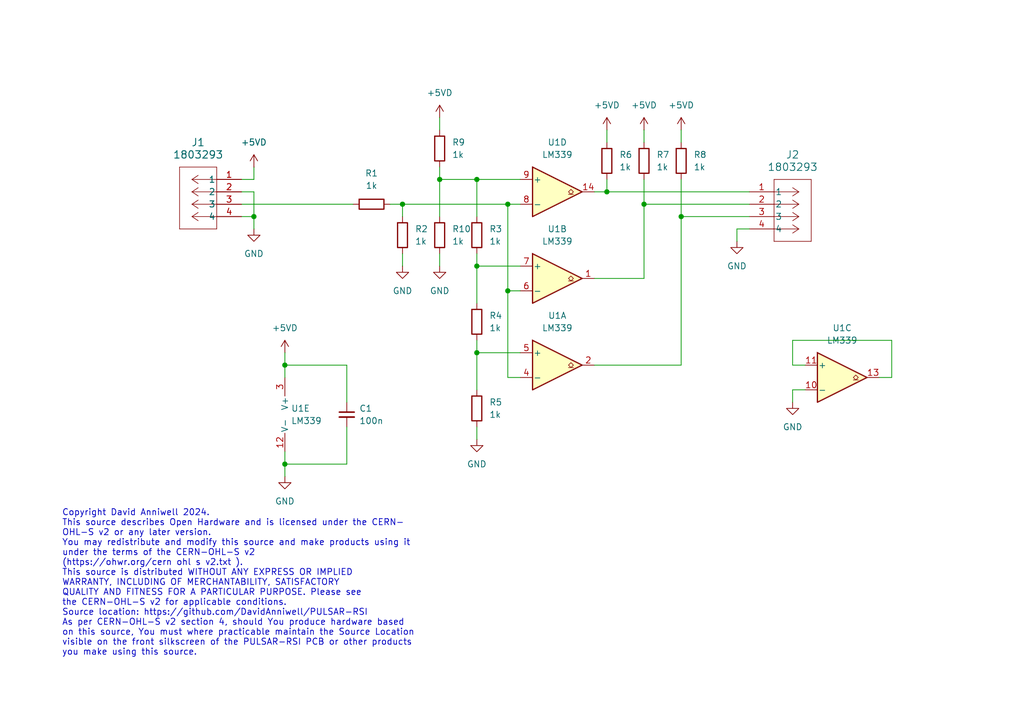
<source format=kicad_sch>
(kicad_sch
	(version 20231120)
	(generator "eeschema")
	(generator_version "8.0")
	(uuid "57f6aae7-e3d1-4ab1-8d48-d53e6e6ffb78")
	(paper "A5")
	(title_block
		(title "Pulsar Timing System - Remote Start Interface")
		(date "2024-04-06")
		(rev "01")
	)
	(lib_symbols
		(symbol "1803293:1803293"
			(pin_names
				(offset 0.254)
			)
			(exclude_from_sim no)
			(in_bom yes)
			(on_board yes)
			(property "Reference" "J"
				(at 8.89 6.35 0)
				(effects
					(font
						(size 1.524 1.524)
					)
				)
			)
			(property "Value" "1803293"
				(at 0 0 0)
				(effects
					(font
						(size 1.524 1.524)
					)
				)
			)
			(property "Footprint" "CONN_1803293_PXC"
				(at 0 0 0)
				(effects
					(font
						(size 1.27 1.27)
						(italic yes)
					)
					(hide yes)
				)
			)
			(property "Datasheet" "1803293"
				(at 0 0 0)
				(effects
					(font
						(size 1.27 1.27)
						(italic yes)
					)
					(hide yes)
				)
			)
			(property "Description" ""
				(at 0 0 0)
				(effects
					(font
						(size 1.27 1.27)
					)
					(hide yes)
				)
			)
			(property "ki_locked" ""
				(at 0 0 0)
				(effects
					(font
						(size 1.27 1.27)
					)
				)
			)
			(property "ki_keywords" "1803293"
				(at 0 0 0)
				(effects
					(font
						(size 1.27 1.27)
					)
					(hide yes)
				)
			)
			(property "ki_fp_filters" "CONN_1803293_PXC"
				(at 0 0 0)
				(effects
					(font
						(size 1.27 1.27)
					)
					(hide yes)
				)
			)
			(symbol "1803293_1_1"
				(polyline
					(pts
						(xy 5.08 -10.16) (xy 12.7 -10.16)
					)
					(stroke
						(width 0.127)
						(type default)
					)
					(fill
						(type none)
					)
				)
				(polyline
					(pts
						(xy 5.08 2.54) (xy 5.08 -10.16)
					)
					(stroke
						(width 0.127)
						(type default)
					)
					(fill
						(type none)
					)
				)
				(polyline
					(pts
						(xy 10.16 -7.62) (xy 5.08 -7.62)
					)
					(stroke
						(width 0.127)
						(type default)
					)
					(fill
						(type none)
					)
				)
				(polyline
					(pts
						(xy 10.16 -7.62) (xy 8.89 -8.4667)
					)
					(stroke
						(width 0.127)
						(type default)
					)
					(fill
						(type none)
					)
				)
				(polyline
					(pts
						(xy 10.16 -7.62) (xy 8.89 -6.7733)
					)
					(stroke
						(width 0.127)
						(type default)
					)
					(fill
						(type none)
					)
				)
				(polyline
					(pts
						(xy 10.16 -5.08) (xy 5.08 -5.08)
					)
					(stroke
						(width 0.127)
						(type default)
					)
					(fill
						(type none)
					)
				)
				(polyline
					(pts
						(xy 10.16 -5.08) (xy 8.89 -5.9267)
					)
					(stroke
						(width 0.127)
						(type default)
					)
					(fill
						(type none)
					)
				)
				(polyline
					(pts
						(xy 10.16 -5.08) (xy 8.89 -4.2333)
					)
					(stroke
						(width 0.127)
						(type default)
					)
					(fill
						(type none)
					)
				)
				(polyline
					(pts
						(xy 10.16 -2.54) (xy 5.08 -2.54)
					)
					(stroke
						(width 0.127)
						(type default)
					)
					(fill
						(type none)
					)
				)
				(polyline
					(pts
						(xy 10.16 -2.54) (xy 8.89 -3.3867)
					)
					(stroke
						(width 0.127)
						(type default)
					)
					(fill
						(type none)
					)
				)
				(polyline
					(pts
						(xy 10.16 -2.54) (xy 8.89 -1.6933)
					)
					(stroke
						(width 0.127)
						(type default)
					)
					(fill
						(type none)
					)
				)
				(polyline
					(pts
						(xy 10.16 0) (xy 5.08 0)
					)
					(stroke
						(width 0.127)
						(type default)
					)
					(fill
						(type none)
					)
				)
				(polyline
					(pts
						(xy 10.16 0) (xy 8.89 -0.8467)
					)
					(stroke
						(width 0.127)
						(type default)
					)
					(fill
						(type none)
					)
				)
				(polyline
					(pts
						(xy 10.16 0) (xy 8.89 0.8467)
					)
					(stroke
						(width 0.127)
						(type default)
					)
					(fill
						(type none)
					)
				)
				(polyline
					(pts
						(xy 12.7 -10.16) (xy 12.7 2.54)
					)
					(stroke
						(width 0.127)
						(type default)
					)
					(fill
						(type none)
					)
				)
				(polyline
					(pts
						(xy 12.7 2.54) (xy 5.08 2.54)
					)
					(stroke
						(width 0.127)
						(type default)
					)
					(fill
						(type none)
					)
				)
				(pin unspecified line
					(at 0 0 0)
					(length 5.08)
					(name "1"
						(effects
							(font
								(size 1.27 1.27)
							)
						)
					)
					(number "1"
						(effects
							(font
								(size 1.27 1.27)
							)
						)
					)
				)
				(pin unspecified line
					(at 0 -2.54 0)
					(length 5.08)
					(name "2"
						(effects
							(font
								(size 1.27 1.27)
							)
						)
					)
					(number "2"
						(effects
							(font
								(size 1.27 1.27)
							)
						)
					)
				)
				(pin unspecified line
					(at 0 -5.08 0)
					(length 5.08)
					(name "3"
						(effects
							(font
								(size 1.27 1.27)
							)
						)
					)
					(number "3"
						(effects
							(font
								(size 1.27 1.27)
							)
						)
					)
				)
				(pin unspecified line
					(at 0 -7.62 0)
					(length 5.08)
					(name "4"
						(effects
							(font
								(size 1.27 1.27)
							)
						)
					)
					(number "4"
						(effects
							(font
								(size 1.27 1.27)
							)
						)
					)
				)
			)
			(symbol "1803293_1_2"
				(polyline
					(pts
						(xy 5.08 -10.16) (xy 12.7 -10.16)
					)
					(stroke
						(width 0.127)
						(type default)
					)
					(fill
						(type none)
					)
				)
				(polyline
					(pts
						(xy 5.08 2.54) (xy 5.08 -10.16)
					)
					(stroke
						(width 0.127)
						(type default)
					)
					(fill
						(type none)
					)
				)
				(polyline
					(pts
						(xy 7.62 -7.62) (xy 5.08 -7.62)
					)
					(stroke
						(width 0.127)
						(type default)
					)
					(fill
						(type none)
					)
				)
				(polyline
					(pts
						(xy 7.62 -7.62) (xy 8.89 -8.4667)
					)
					(stroke
						(width 0.127)
						(type default)
					)
					(fill
						(type none)
					)
				)
				(polyline
					(pts
						(xy 7.62 -7.62) (xy 8.89 -6.7733)
					)
					(stroke
						(width 0.127)
						(type default)
					)
					(fill
						(type none)
					)
				)
				(polyline
					(pts
						(xy 7.62 -5.08) (xy 5.08 -5.08)
					)
					(stroke
						(width 0.127)
						(type default)
					)
					(fill
						(type none)
					)
				)
				(polyline
					(pts
						(xy 7.62 -5.08) (xy 8.89 -5.9267)
					)
					(stroke
						(width 0.127)
						(type default)
					)
					(fill
						(type none)
					)
				)
				(polyline
					(pts
						(xy 7.62 -5.08) (xy 8.89 -4.2333)
					)
					(stroke
						(width 0.127)
						(type default)
					)
					(fill
						(type none)
					)
				)
				(polyline
					(pts
						(xy 7.62 -2.54) (xy 5.08 -2.54)
					)
					(stroke
						(width 0.127)
						(type default)
					)
					(fill
						(type none)
					)
				)
				(polyline
					(pts
						(xy 7.62 -2.54) (xy 8.89 -3.3867)
					)
					(stroke
						(width 0.127)
						(type default)
					)
					(fill
						(type none)
					)
				)
				(polyline
					(pts
						(xy 7.62 -2.54) (xy 8.89 -1.6933)
					)
					(stroke
						(width 0.127)
						(type default)
					)
					(fill
						(type none)
					)
				)
				(polyline
					(pts
						(xy 7.62 0) (xy 5.08 0)
					)
					(stroke
						(width 0.127)
						(type default)
					)
					(fill
						(type none)
					)
				)
				(polyline
					(pts
						(xy 7.62 0) (xy 8.89 -0.8467)
					)
					(stroke
						(width 0.127)
						(type default)
					)
					(fill
						(type none)
					)
				)
				(polyline
					(pts
						(xy 7.62 0) (xy 8.89 0.8467)
					)
					(stroke
						(width 0.127)
						(type default)
					)
					(fill
						(type none)
					)
				)
				(polyline
					(pts
						(xy 12.7 -10.16) (xy 12.7 2.54)
					)
					(stroke
						(width 0.127)
						(type default)
					)
					(fill
						(type none)
					)
				)
				(polyline
					(pts
						(xy 12.7 2.54) (xy 5.08 2.54)
					)
					(stroke
						(width 0.127)
						(type default)
					)
					(fill
						(type none)
					)
				)
				(pin unspecified line
					(at 0 0 0)
					(length 5.08)
					(name "1"
						(effects
							(font
								(size 1.27 1.27)
							)
						)
					)
					(number "1"
						(effects
							(font
								(size 1.27 1.27)
							)
						)
					)
				)
				(pin unspecified line
					(at 0 -2.54 0)
					(length 5.08)
					(name "2"
						(effects
							(font
								(size 1.27 1.27)
							)
						)
					)
					(number "2"
						(effects
							(font
								(size 1.27 1.27)
							)
						)
					)
				)
				(pin unspecified line
					(at 0 -5.08 0)
					(length 5.08)
					(name "3"
						(effects
							(font
								(size 1.27 1.27)
							)
						)
					)
					(number "3"
						(effects
							(font
								(size 1.27 1.27)
							)
						)
					)
				)
				(pin unspecified line
					(at 0 -7.62 0)
					(length 5.08)
					(name "4"
						(effects
							(font
								(size 1.27 1.27)
							)
						)
					)
					(number "4"
						(effects
							(font
								(size 1.27 1.27)
							)
						)
					)
				)
			)
		)
		(symbol "Comparator:LM339"
			(pin_names
				(offset 0.127)
			)
			(exclude_from_sim no)
			(in_bom yes)
			(on_board yes)
			(property "Reference" "U"
				(at 0 5.08 0)
				(effects
					(font
						(size 1.27 1.27)
					)
					(justify left)
				)
			)
			(property "Value" "LM339"
				(at 0 -5.08 0)
				(effects
					(font
						(size 1.27 1.27)
					)
					(justify left)
				)
			)
			(property "Footprint" ""
				(at -1.27 2.54 0)
				(effects
					(font
						(size 1.27 1.27)
					)
					(hide yes)
				)
			)
			(property "Datasheet" "https://www.st.com/resource/en/datasheet/lm139.pdf"
				(at 1.27 5.08 0)
				(effects
					(font
						(size 1.27 1.27)
					)
					(hide yes)
				)
			)
			(property "Description" "Quad Differential Comparators, SOIC-14/TSSOP-14"
				(at 0 0 0)
				(effects
					(font
						(size 1.27 1.27)
					)
					(hide yes)
				)
			)
			(property "ki_locked" ""
				(at 0 0 0)
				(effects
					(font
						(size 1.27 1.27)
					)
				)
			)
			(property "ki_keywords" "cmp open collector"
				(at 0 0 0)
				(effects
					(font
						(size 1.27 1.27)
					)
					(hide yes)
				)
			)
			(property "ki_fp_filters" "SOIC*3.9x8.7mm*P1.27mm* TSSOP*4.4x5mm*P0.65mm*"
				(at 0 0 0)
				(effects
					(font
						(size 1.27 1.27)
					)
					(hide yes)
				)
			)
			(symbol "LM339_1_1"
				(polyline
					(pts
						(xy -5.08 5.08) (xy 5.08 0) (xy -5.08 -5.08) (xy -5.08 5.08)
					)
					(stroke
						(width 0.254)
						(type default)
					)
					(fill
						(type background)
					)
				)
				(polyline
					(pts
						(xy 3.302 -0.508) (xy 2.794 -0.508) (xy 3.302 0) (xy 2.794 0.508) (xy 2.286 0) (xy 2.794 -0.508)
						(xy 2.286 -0.508)
					)
					(stroke
						(width 0.127)
						(type default)
					)
					(fill
						(type none)
					)
				)
				(pin open_collector line
					(at 7.62 0 180)
					(length 2.54)
					(name "~"
						(effects
							(font
								(size 1.27 1.27)
							)
						)
					)
					(number "2"
						(effects
							(font
								(size 1.27 1.27)
							)
						)
					)
				)
				(pin input line
					(at -7.62 -2.54 0)
					(length 2.54)
					(name "-"
						(effects
							(font
								(size 1.27 1.27)
							)
						)
					)
					(number "4"
						(effects
							(font
								(size 1.27 1.27)
							)
						)
					)
				)
				(pin input line
					(at -7.62 2.54 0)
					(length 2.54)
					(name "+"
						(effects
							(font
								(size 1.27 1.27)
							)
						)
					)
					(number "5"
						(effects
							(font
								(size 1.27 1.27)
							)
						)
					)
				)
			)
			(symbol "LM339_2_1"
				(polyline
					(pts
						(xy -5.08 5.08) (xy 5.08 0) (xy -5.08 -5.08) (xy -5.08 5.08)
					)
					(stroke
						(width 0.254)
						(type default)
					)
					(fill
						(type background)
					)
				)
				(polyline
					(pts
						(xy 3.302 -0.508) (xy 2.794 -0.508) (xy 3.302 0) (xy 2.794 0.508) (xy 2.286 0) (xy 2.794 -0.508)
						(xy 2.286 -0.508)
					)
					(stroke
						(width 0.127)
						(type default)
					)
					(fill
						(type none)
					)
				)
				(pin open_collector line
					(at 7.62 0 180)
					(length 2.54)
					(name "~"
						(effects
							(font
								(size 1.27 1.27)
							)
						)
					)
					(number "1"
						(effects
							(font
								(size 1.27 1.27)
							)
						)
					)
				)
				(pin input line
					(at -7.62 -2.54 0)
					(length 2.54)
					(name "-"
						(effects
							(font
								(size 1.27 1.27)
							)
						)
					)
					(number "6"
						(effects
							(font
								(size 1.27 1.27)
							)
						)
					)
				)
				(pin input line
					(at -7.62 2.54 0)
					(length 2.54)
					(name "+"
						(effects
							(font
								(size 1.27 1.27)
							)
						)
					)
					(number "7"
						(effects
							(font
								(size 1.27 1.27)
							)
						)
					)
				)
			)
			(symbol "LM339_3_1"
				(polyline
					(pts
						(xy -5.08 5.08) (xy 5.08 0) (xy -5.08 -5.08) (xy -5.08 5.08)
					)
					(stroke
						(width 0.254)
						(type default)
					)
					(fill
						(type background)
					)
				)
				(polyline
					(pts
						(xy 3.302 -0.508) (xy 2.794 -0.508) (xy 3.302 0) (xy 2.794 0.508) (xy 2.286 0) (xy 2.794 -0.508)
						(xy 2.286 -0.508)
					)
					(stroke
						(width 0.127)
						(type default)
					)
					(fill
						(type none)
					)
				)
				(pin input line
					(at -7.62 -2.54 0)
					(length 2.54)
					(name "-"
						(effects
							(font
								(size 1.27 1.27)
							)
						)
					)
					(number "10"
						(effects
							(font
								(size 1.27 1.27)
							)
						)
					)
				)
				(pin input line
					(at -7.62 2.54 0)
					(length 2.54)
					(name "+"
						(effects
							(font
								(size 1.27 1.27)
							)
						)
					)
					(number "11"
						(effects
							(font
								(size 1.27 1.27)
							)
						)
					)
				)
				(pin open_collector line
					(at 7.62 0 180)
					(length 2.54)
					(name "~"
						(effects
							(font
								(size 1.27 1.27)
							)
						)
					)
					(number "13"
						(effects
							(font
								(size 1.27 1.27)
							)
						)
					)
				)
			)
			(symbol "LM339_4_1"
				(polyline
					(pts
						(xy -5.08 5.08) (xy 5.08 0) (xy -5.08 -5.08) (xy -5.08 5.08)
					)
					(stroke
						(width 0.254)
						(type default)
					)
					(fill
						(type background)
					)
				)
				(polyline
					(pts
						(xy 3.302 -0.508) (xy 2.794 -0.508) (xy 3.302 0) (xy 2.794 0.508) (xy 2.286 0) (xy 2.794 -0.508)
						(xy 2.286 -0.508)
					)
					(stroke
						(width 0.127)
						(type default)
					)
					(fill
						(type none)
					)
				)
				(pin open_collector line
					(at 7.62 0 180)
					(length 2.54)
					(name "~"
						(effects
							(font
								(size 1.27 1.27)
							)
						)
					)
					(number "14"
						(effects
							(font
								(size 1.27 1.27)
							)
						)
					)
				)
				(pin input line
					(at -7.62 -2.54 0)
					(length 2.54)
					(name "-"
						(effects
							(font
								(size 1.27 1.27)
							)
						)
					)
					(number "8"
						(effects
							(font
								(size 1.27 1.27)
							)
						)
					)
				)
				(pin input line
					(at -7.62 2.54 0)
					(length 2.54)
					(name "+"
						(effects
							(font
								(size 1.27 1.27)
							)
						)
					)
					(number "9"
						(effects
							(font
								(size 1.27 1.27)
							)
						)
					)
				)
			)
			(symbol "LM339_5_1"
				(pin power_in line
					(at -2.54 -7.62 90)
					(length 3.81)
					(name "V-"
						(effects
							(font
								(size 1.27 1.27)
							)
						)
					)
					(number "12"
						(effects
							(font
								(size 1.27 1.27)
							)
						)
					)
				)
				(pin power_in line
					(at -2.54 7.62 270)
					(length 3.81)
					(name "V+"
						(effects
							(font
								(size 1.27 1.27)
							)
						)
					)
					(number "3"
						(effects
							(font
								(size 1.27 1.27)
							)
						)
					)
				)
			)
		)
		(symbol "Device:C_Small"
			(pin_numbers hide)
			(pin_names
				(offset 0.254) hide)
			(exclude_from_sim no)
			(in_bom yes)
			(on_board yes)
			(property "Reference" "C"
				(at 0.254 1.778 0)
				(effects
					(font
						(size 1.27 1.27)
					)
					(justify left)
				)
			)
			(property "Value" "C_Small"
				(at 0.254 -2.032 0)
				(effects
					(font
						(size 1.27 1.27)
					)
					(justify left)
				)
			)
			(property "Footprint" ""
				(at 0 0 0)
				(effects
					(font
						(size 1.27 1.27)
					)
					(hide yes)
				)
			)
			(property "Datasheet" "~"
				(at 0 0 0)
				(effects
					(font
						(size 1.27 1.27)
					)
					(hide yes)
				)
			)
			(property "Description" "Unpolarized capacitor, small symbol"
				(at 0 0 0)
				(effects
					(font
						(size 1.27 1.27)
					)
					(hide yes)
				)
			)
			(property "ki_keywords" "capacitor cap"
				(at 0 0 0)
				(effects
					(font
						(size 1.27 1.27)
					)
					(hide yes)
				)
			)
			(property "ki_fp_filters" "C_*"
				(at 0 0 0)
				(effects
					(font
						(size 1.27 1.27)
					)
					(hide yes)
				)
			)
			(symbol "C_Small_0_1"
				(polyline
					(pts
						(xy -1.524 -0.508) (xy 1.524 -0.508)
					)
					(stroke
						(width 0.3302)
						(type default)
					)
					(fill
						(type none)
					)
				)
				(polyline
					(pts
						(xy -1.524 0.508) (xy 1.524 0.508)
					)
					(stroke
						(width 0.3048)
						(type default)
					)
					(fill
						(type none)
					)
				)
			)
			(symbol "C_Small_1_1"
				(pin passive line
					(at 0 2.54 270)
					(length 2.032)
					(name "~"
						(effects
							(font
								(size 1.27 1.27)
							)
						)
					)
					(number "1"
						(effects
							(font
								(size 1.27 1.27)
							)
						)
					)
				)
				(pin passive line
					(at 0 -2.54 90)
					(length 2.032)
					(name "~"
						(effects
							(font
								(size 1.27 1.27)
							)
						)
					)
					(number "2"
						(effects
							(font
								(size 1.27 1.27)
							)
						)
					)
				)
			)
		)
		(symbol "Device:R"
			(pin_numbers hide)
			(pin_names
				(offset 0)
			)
			(exclude_from_sim no)
			(in_bom yes)
			(on_board yes)
			(property "Reference" "R"
				(at 2.032 0 90)
				(effects
					(font
						(size 1.27 1.27)
					)
				)
			)
			(property "Value" "R"
				(at 0 0 90)
				(effects
					(font
						(size 1.27 1.27)
					)
				)
			)
			(property "Footprint" ""
				(at -1.778 0 90)
				(effects
					(font
						(size 1.27 1.27)
					)
					(hide yes)
				)
			)
			(property "Datasheet" "~"
				(at 0 0 0)
				(effects
					(font
						(size 1.27 1.27)
					)
					(hide yes)
				)
			)
			(property "Description" "Resistor"
				(at 0 0 0)
				(effects
					(font
						(size 1.27 1.27)
					)
					(hide yes)
				)
			)
			(property "ki_keywords" "R res resistor"
				(at 0 0 0)
				(effects
					(font
						(size 1.27 1.27)
					)
					(hide yes)
				)
			)
			(property "ki_fp_filters" "R_*"
				(at 0 0 0)
				(effects
					(font
						(size 1.27 1.27)
					)
					(hide yes)
				)
			)
			(symbol "R_0_1"
				(rectangle
					(start -1.016 -2.54)
					(end 1.016 2.54)
					(stroke
						(width 0.254)
						(type default)
					)
					(fill
						(type none)
					)
				)
			)
			(symbol "R_1_1"
				(pin passive line
					(at 0 3.81 270)
					(length 1.27)
					(name "~"
						(effects
							(font
								(size 1.27 1.27)
							)
						)
					)
					(number "1"
						(effects
							(font
								(size 1.27 1.27)
							)
						)
					)
				)
				(pin passive line
					(at 0 -3.81 90)
					(length 1.27)
					(name "~"
						(effects
							(font
								(size 1.27 1.27)
							)
						)
					)
					(number "2"
						(effects
							(font
								(size 1.27 1.27)
							)
						)
					)
				)
			)
		)
		(symbol "power:+5VD"
			(power)
			(pin_numbers hide)
			(pin_names
				(offset 0) hide)
			(exclude_from_sim no)
			(in_bom yes)
			(on_board yes)
			(property "Reference" "#PWR"
				(at 0 -3.81 0)
				(effects
					(font
						(size 1.27 1.27)
					)
					(hide yes)
				)
			)
			(property "Value" "+5VD"
				(at 0 3.556 0)
				(effects
					(font
						(size 1.27 1.27)
					)
				)
			)
			(property "Footprint" ""
				(at 0 0 0)
				(effects
					(font
						(size 1.27 1.27)
					)
					(hide yes)
				)
			)
			(property "Datasheet" ""
				(at 0 0 0)
				(effects
					(font
						(size 1.27 1.27)
					)
					(hide yes)
				)
			)
			(property "Description" "Power symbol creates a global label with name \"+5VD\""
				(at 0 0 0)
				(effects
					(font
						(size 1.27 1.27)
					)
					(hide yes)
				)
			)
			(property "ki_keywords" "global power"
				(at 0 0 0)
				(effects
					(font
						(size 1.27 1.27)
					)
					(hide yes)
				)
			)
			(symbol "+5VD_0_1"
				(polyline
					(pts
						(xy -0.762 1.27) (xy 0 2.54)
					)
					(stroke
						(width 0)
						(type default)
					)
					(fill
						(type none)
					)
				)
				(polyline
					(pts
						(xy 0 0) (xy 0 2.54)
					)
					(stroke
						(width 0)
						(type default)
					)
					(fill
						(type none)
					)
				)
				(polyline
					(pts
						(xy 0 2.54) (xy 0.762 1.27)
					)
					(stroke
						(width 0)
						(type default)
					)
					(fill
						(type none)
					)
				)
			)
			(symbol "+5VD_1_1"
				(pin power_in line
					(at 0 0 90)
					(length 0)
					(name "~"
						(effects
							(font
								(size 1.27 1.27)
							)
						)
					)
					(number "1"
						(effects
							(font
								(size 1.27 1.27)
							)
						)
					)
				)
			)
		)
		(symbol "power:GND"
			(power)
			(pin_numbers hide)
			(pin_names
				(offset 0) hide)
			(exclude_from_sim no)
			(in_bom yes)
			(on_board yes)
			(property "Reference" "#PWR"
				(at 0 -6.35 0)
				(effects
					(font
						(size 1.27 1.27)
					)
					(hide yes)
				)
			)
			(property "Value" "GND"
				(at 0 -3.81 0)
				(effects
					(font
						(size 1.27 1.27)
					)
				)
			)
			(property "Footprint" ""
				(at 0 0 0)
				(effects
					(font
						(size 1.27 1.27)
					)
					(hide yes)
				)
			)
			(property "Datasheet" ""
				(at 0 0 0)
				(effects
					(font
						(size 1.27 1.27)
					)
					(hide yes)
				)
			)
			(property "Description" "Power symbol creates a global label with name \"GND\" , ground"
				(at 0 0 0)
				(effects
					(font
						(size 1.27 1.27)
					)
					(hide yes)
				)
			)
			(property "ki_keywords" "global power"
				(at 0 0 0)
				(effects
					(font
						(size 1.27 1.27)
					)
					(hide yes)
				)
			)
			(symbol "GND_0_1"
				(polyline
					(pts
						(xy 0 0) (xy 0 -1.27) (xy 1.27 -1.27) (xy 0 -2.54) (xy -1.27 -1.27) (xy 0 -1.27)
					)
					(stroke
						(width 0)
						(type default)
					)
					(fill
						(type none)
					)
				)
			)
			(symbol "GND_1_1"
				(pin power_in line
					(at 0 0 270)
					(length 0)
					(name "~"
						(effects
							(font
								(size 1.27 1.27)
							)
						)
					)
					(number "1"
						(effects
							(font
								(size 1.27 1.27)
							)
						)
					)
				)
			)
		)
	)
	(junction
		(at 104.14 59.69)
		(diameter 0)
		(color 0 0 0 0)
		(uuid "06ecc486-71f2-4061-9ef8-12a7f24409d4")
	)
	(junction
		(at 139.7 44.45)
		(diameter 0)
		(color 0 0 0 0)
		(uuid "0964c042-8652-4886-ad42-d376bcdabbc9")
	)
	(junction
		(at 82.55 41.91)
		(diameter 0)
		(color 0 0 0 0)
		(uuid "186a0e99-35af-4573-8fe1-c8eb2de1cb95")
	)
	(junction
		(at 52.07 44.45)
		(diameter 0)
		(color 0 0 0 0)
		(uuid "18aab1c4-bee2-4e16-8f9d-33ce9c3b7f37")
	)
	(junction
		(at 104.14 41.91)
		(diameter 0)
		(color 0 0 0 0)
		(uuid "24f12811-a08c-4c34-9241-954b17cbe576")
	)
	(junction
		(at 58.42 74.93)
		(diameter 0)
		(color 0 0 0 0)
		(uuid "2bbcb9e9-12f9-48b6-8d67-38752fb8a884")
	)
	(junction
		(at 58.42 95.25)
		(diameter 0)
		(color 0 0 0 0)
		(uuid "3fdc3a3c-c2eb-4b09-8e4f-bcbf56340d85")
	)
	(junction
		(at 124.46 39.37)
		(diameter 0)
		(color 0 0 0 0)
		(uuid "4ca2a0dc-5fdf-4644-8e0a-4c2430bf35a4")
	)
	(junction
		(at 97.79 36.83)
		(diameter 0)
		(color 0 0 0 0)
		(uuid "5126b0b2-642d-4568-9fe3-8d1901a531dc")
	)
	(junction
		(at 97.79 72.39)
		(diameter 0)
		(color 0 0 0 0)
		(uuid "6cb40720-d1f6-4155-9853-abcf6f42bc76")
	)
	(junction
		(at 90.17 36.83)
		(diameter 0)
		(color 0 0 0 0)
		(uuid "73c49c82-f08e-40bb-ad96-797f077e4c9a")
	)
	(junction
		(at 97.79 54.61)
		(diameter 0)
		(color 0 0 0 0)
		(uuid "bfad257d-d691-440a-ad64-a03caaeb9b2c")
	)
	(junction
		(at 132.08 41.91)
		(diameter 0)
		(color 0 0 0 0)
		(uuid "c3c942d7-dfd9-45e2-827b-e24ea5e2c579")
	)
	(wire
		(pts
			(xy 58.42 95.25) (xy 71.12 95.25)
		)
		(stroke
			(width 0)
			(type default)
		)
		(uuid "02b0add7-e55d-4dbf-8d80-c4581c220b58")
	)
	(wire
		(pts
			(xy 139.7 26.67) (xy 139.7 29.21)
		)
		(stroke
			(width 0)
			(type default)
		)
		(uuid "03d19305-966d-4ea8-b5b7-763fbd459140")
	)
	(wire
		(pts
			(xy 90.17 36.83) (xy 97.79 36.83)
		)
		(stroke
			(width 0)
			(type default)
		)
		(uuid "09b53de9-4422-4b48-8317-fe1fd4734877")
	)
	(wire
		(pts
			(xy 139.7 44.45) (xy 153.67 44.45)
		)
		(stroke
			(width 0)
			(type default)
		)
		(uuid "0c1cf96e-54a2-4b04-8c43-cbafcacdbcc1")
	)
	(wire
		(pts
			(xy 124.46 26.67) (xy 124.46 29.21)
		)
		(stroke
			(width 0)
			(type default)
		)
		(uuid "0cdf02b4-98e5-4ea9-baed-ae6378d0758a")
	)
	(wire
		(pts
			(xy 106.68 72.39) (xy 97.79 72.39)
		)
		(stroke
			(width 0)
			(type default)
		)
		(uuid "1099fc32-ac9d-4b77-8e94-d5f3c741cc8c")
	)
	(wire
		(pts
			(xy 97.79 87.63) (xy 97.79 90.17)
		)
		(stroke
			(width 0)
			(type default)
		)
		(uuid "2d45ee90-8233-4585-a725-1a3b8802cc6c")
	)
	(wire
		(pts
			(xy 151.13 49.53) (xy 151.13 46.99)
		)
		(stroke
			(width 0)
			(type default)
		)
		(uuid "2d502370-70ae-4c7c-b38a-41a7ce397f88")
	)
	(wire
		(pts
			(xy 182.88 69.85) (xy 182.88 77.47)
		)
		(stroke
			(width 0)
			(type default)
		)
		(uuid "2dc1036d-72fc-4d91-a5c0-14deaa1c815b")
	)
	(wire
		(pts
			(xy 58.42 92.71) (xy 58.42 95.25)
		)
		(stroke
			(width 0)
			(type default)
		)
		(uuid "2ddafeea-13a1-4813-9703-c85a0b7be965")
	)
	(wire
		(pts
			(xy 90.17 34.29) (xy 90.17 36.83)
		)
		(stroke
			(width 0)
			(type default)
		)
		(uuid "325a655b-6440-4ba4-89ca-211a3c439a4f")
	)
	(wire
		(pts
			(xy 71.12 74.93) (xy 58.42 74.93)
		)
		(stroke
			(width 0)
			(type default)
		)
		(uuid "385b9583-b5f4-4fbd-8f2f-e72bb6c236bb")
	)
	(wire
		(pts
			(xy 58.42 74.93) (xy 58.42 77.47)
		)
		(stroke
			(width 0)
			(type default)
		)
		(uuid "3a80771a-5214-4c39-9eaa-8a0745de409f")
	)
	(wire
		(pts
			(xy 49.53 44.45) (xy 52.07 44.45)
		)
		(stroke
			(width 0)
			(type default)
		)
		(uuid "40887839-8ebd-4d71-9286-0d7523eeeee4")
	)
	(wire
		(pts
			(xy 165.1 74.93) (xy 162.56 74.93)
		)
		(stroke
			(width 0)
			(type default)
		)
		(uuid "4272d393-6650-410f-910c-6436a4feff99")
	)
	(wire
		(pts
			(xy 52.07 34.29) (xy 52.07 36.83)
		)
		(stroke
			(width 0)
			(type default)
		)
		(uuid "4cb02732-f755-41ea-ac7e-30cf882313a8")
	)
	(wire
		(pts
			(xy 97.79 36.83) (xy 106.68 36.83)
		)
		(stroke
			(width 0)
			(type default)
		)
		(uuid "4e891bc1-b954-43af-b5d4-f65303b29256")
	)
	(wire
		(pts
			(xy 90.17 44.45) (xy 90.17 36.83)
		)
		(stroke
			(width 0)
			(type default)
		)
		(uuid "5a9c5c3c-5489-4e7a-9662-b8946924c84d")
	)
	(wire
		(pts
			(xy 49.53 41.91) (xy 72.39 41.91)
		)
		(stroke
			(width 0)
			(type default)
		)
		(uuid "5b05620b-b9b6-40e5-abaa-e02f8372f1ba")
	)
	(wire
		(pts
			(xy 97.79 54.61) (xy 97.79 62.23)
		)
		(stroke
			(width 0)
			(type default)
		)
		(uuid "62ff953d-8730-41d0-967c-7a789274adfc")
	)
	(wire
		(pts
			(xy 71.12 82.55) (xy 71.12 74.93)
		)
		(stroke
			(width 0)
			(type default)
		)
		(uuid "6315e1f4-bb81-4905-82f8-7d534d477912")
	)
	(wire
		(pts
			(xy 82.55 52.07) (xy 82.55 54.61)
		)
		(stroke
			(width 0)
			(type default)
		)
		(uuid "658f87f8-a628-4935-a47e-4489201e4eda")
	)
	(wire
		(pts
			(xy 49.53 39.37) (xy 52.07 39.37)
		)
		(stroke
			(width 0)
			(type default)
		)
		(uuid "66866edb-afb8-4e1a-927f-2fae4dba82d7")
	)
	(wire
		(pts
			(xy 82.55 41.91) (xy 82.55 44.45)
		)
		(stroke
			(width 0)
			(type default)
		)
		(uuid "674537fc-5bd2-45c1-9ede-7f4eb34d9bfc")
	)
	(wire
		(pts
			(xy 124.46 39.37) (xy 153.67 39.37)
		)
		(stroke
			(width 0)
			(type default)
		)
		(uuid "73af48b6-7cff-4108-8226-31f27b6f32c3")
	)
	(wire
		(pts
			(xy 106.68 59.69) (xy 104.14 59.69)
		)
		(stroke
			(width 0)
			(type default)
		)
		(uuid "751b13ac-d85c-494f-bc64-714b8b547518")
	)
	(wire
		(pts
			(xy 52.07 44.45) (xy 52.07 46.99)
		)
		(stroke
			(width 0)
			(type default)
		)
		(uuid "758b770d-3908-4852-92c2-a3332954a485")
	)
	(wire
		(pts
			(xy 71.12 87.63) (xy 71.12 95.25)
		)
		(stroke
			(width 0)
			(type default)
		)
		(uuid "75ccaa85-7ad1-4cf1-8e24-f4bdd723868c")
	)
	(wire
		(pts
			(xy 132.08 41.91) (xy 153.67 41.91)
		)
		(stroke
			(width 0)
			(type default)
		)
		(uuid "80e69eb8-cca8-452d-aea4-492da6c281cd")
	)
	(wire
		(pts
			(xy 182.88 77.47) (xy 180.34 77.47)
		)
		(stroke
			(width 0)
			(type default)
		)
		(uuid "8543e761-9e5b-45f4-b435-cc3335460c6b")
	)
	(wire
		(pts
			(xy 97.79 52.07) (xy 97.79 54.61)
		)
		(stroke
			(width 0)
			(type default)
		)
		(uuid "885fa77c-6635-44a5-bc94-7629aedb60d1")
	)
	(wire
		(pts
			(xy 132.08 41.91) (xy 132.08 57.15)
		)
		(stroke
			(width 0)
			(type default)
		)
		(uuid "91cfcbd9-91ef-49dd-b2a5-911ff0b64110")
	)
	(wire
		(pts
			(xy 139.7 44.45) (xy 139.7 74.93)
		)
		(stroke
			(width 0)
			(type default)
		)
		(uuid "92e0193a-023d-4ae0-bad9-fb94581671bd")
	)
	(wire
		(pts
			(xy 124.46 39.37) (xy 121.92 39.37)
		)
		(stroke
			(width 0)
			(type default)
		)
		(uuid "96b3f79a-2503-4ed8-9f8c-6a2b2c52a6fe")
	)
	(wire
		(pts
			(xy 58.42 72.39) (xy 58.42 74.93)
		)
		(stroke
			(width 0)
			(type default)
		)
		(uuid "9bd40abf-4008-4802-8cde-3a3f527e4352")
	)
	(wire
		(pts
			(xy 58.42 95.25) (xy 58.42 97.79)
		)
		(stroke
			(width 0)
			(type default)
		)
		(uuid "9eaf504a-2458-4b19-8aaf-fa26c249f660")
	)
	(wire
		(pts
			(xy 97.79 44.45) (xy 97.79 36.83)
		)
		(stroke
			(width 0)
			(type default)
		)
		(uuid "a14ecf7e-ef94-499e-ab3f-4219334efc55")
	)
	(wire
		(pts
			(xy 139.7 36.83) (xy 139.7 44.45)
		)
		(stroke
			(width 0)
			(type default)
		)
		(uuid "a3573cdd-5ec1-4ddc-b361-67096618d2c2")
	)
	(wire
		(pts
			(xy 52.07 36.83) (xy 49.53 36.83)
		)
		(stroke
			(width 0)
			(type default)
		)
		(uuid "a75cb1f8-5879-4a06-b3a4-76d2e68c56b9")
	)
	(wire
		(pts
			(xy 80.01 41.91) (xy 82.55 41.91)
		)
		(stroke
			(width 0)
			(type default)
		)
		(uuid "b0a2c229-55f2-41f0-b54a-8dc7c098148c")
	)
	(wire
		(pts
			(xy 104.14 59.69) (xy 104.14 41.91)
		)
		(stroke
			(width 0)
			(type default)
		)
		(uuid "b27bf87f-d129-4a7d-9306-65ef0ed86bfe")
	)
	(wire
		(pts
			(xy 52.07 39.37) (xy 52.07 44.45)
		)
		(stroke
			(width 0)
			(type default)
		)
		(uuid "b365a9f0-36f7-4a28-a2bc-f5cd73dcaa4e")
	)
	(wire
		(pts
			(xy 82.55 41.91) (xy 104.14 41.91)
		)
		(stroke
			(width 0)
			(type default)
		)
		(uuid "b8202804-a652-4636-9e9c-159c63e74eba")
	)
	(wire
		(pts
			(xy 106.68 77.47) (xy 104.14 77.47)
		)
		(stroke
			(width 0)
			(type default)
		)
		(uuid "c027c36b-4bc3-4655-b800-0426bb8cfd28")
	)
	(wire
		(pts
			(xy 90.17 52.07) (xy 90.17 54.61)
		)
		(stroke
			(width 0)
			(type default)
		)
		(uuid "c1e81912-0a6f-48ef-967c-343f20a87bdd")
	)
	(wire
		(pts
			(xy 124.46 36.83) (xy 124.46 39.37)
		)
		(stroke
			(width 0)
			(type default)
		)
		(uuid "c908dbda-39b1-40ab-b71c-d973bfc6722c")
	)
	(wire
		(pts
			(xy 162.56 69.85) (xy 182.88 69.85)
		)
		(stroke
			(width 0)
			(type default)
		)
		(uuid "cab07805-032a-468d-886b-87f6c61b9f09")
	)
	(wire
		(pts
			(xy 132.08 26.67) (xy 132.08 29.21)
		)
		(stroke
			(width 0)
			(type default)
		)
		(uuid "cd157c3e-67e7-4a79-986e-6c6824683114")
	)
	(wire
		(pts
			(xy 104.14 77.47) (xy 104.14 59.69)
		)
		(stroke
			(width 0)
			(type default)
		)
		(uuid "cf0c4bd9-e70e-459d-9278-f0d1432d4e1e")
	)
	(wire
		(pts
			(xy 97.79 72.39) (xy 97.79 80.01)
		)
		(stroke
			(width 0)
			(type default)
		)
		(uuid "d25b6219-187a-43aa-978f-57220304d821")
	)
	(wire
		(pts
			(xy 151.13 46.99) (xy 153.67 46.99)
		)
		(stroke
			(width 0)
			(type default)
		)
		(uuid "d4c721d7-cc67-46bd-9e33-6f4464b42334")
	)
	(wire
		(pts
			(xy 162.56 74.93) (xy 162.56 69.85)
		)
		(stroke
			(width 0)
			(type default)
		)
		(uuid "d8f3b344-2144-41ba-b422-bf6b5ecdd6ca")
	)
	(wire
		(pts
			(xy 162.56 80.01) (xy 162.56 82.55)
		)
		(stroke
			(width 0)
			(type default)
		)
		(uuid "deb79086-f4f5-4be6-9299-02ec4d6c0430")
	)
	(wire
		(pts
			(xy 132.08 57.15) (xy 121.92 57.15)
		)
		(stroke
			(width 0)
			(type default)
		)
		(uuid "df9cdf1d-4fab-461d-8077-8ef255bc1189")
	)
	(wire
		(pts
			(xy 97.79 54.61) (xy 106.68 54.61)
		)
		(stroke
			(width 0)
			(type default)
		)
		(uuid "e206883f-63af-45f9-92be-7cfbd689775e")
	)
	(wire
		(pts
			(xy 97.79 72.39) (xy 97.79 69.85)
		)
		(stroke
			(width 0)
			(type default)
		)
		(uuid "e51c9073-dbd3-426d-b18c-19b95a07d698")
	)
	(wire
		(pts
			(xy 90.17 24.13) (xy 90.17 26.67)
		)
		(stroke
			(width 0)
			(type default)
		)
		(uuid "ebb45122-688a-41e8-addf-9c783beb24db")
	)
	(wire
		(pts
			(xy 132.08 36.83) (xy 132.08 41.91)
		)
		(stroke
			(width 0)
			(type default)
		)
		(uuid "ef96a745-a105-4a2e-9a7d-8e4015f0f850")
	)
	(wire
		(pts
			(xy 139.7 74.93) (xy 121.92 74.93)
		)
		(stroke
			(width 0)
			(type default)
		)
		(uuid "f194e7e1-3b1b-4fe1-9974-78fa61cca436")
	)
	(wire
		(pts
			(xy 165.1 80.01) (xy 162.56 80.01)
		)
		(stroke
			(width 0)
			(type default)
		)
		(uuid "f2287bef-b4bd-4162-8336-e81cfc9b4657")
	)
	(wire
		(pts
			(xy 106.68 41.91) (xy 104.14 41.91)
		)
		(stroke
			(width 0)
			(type default)
		)
		(uuid "f282776c-4fe4-44d1-9a60-01741f41fcd4")
	)
	(text "Copyright David Anniwell 2024.\nThis source describes Open Hardware and is licensed under the CERN-\nOHL-S v2 or any later version.\nYou may redistribute and modify this source and make products using it\nunder the terms of the CERN-OHL-S v2\n(https://ohwr.org/cern ohl s v2.txt ).\nThis source is distributed WITHOUT ANY EXPRESS OR IMPLIED\nWARRANTY, INCLUDING OF MERCHANTABILITY, SATISFACTORY\nQUALITY AND FITNESS FOR A PARTICULAR PURPOSE. Please see\nthe CERN-OHL-S v2 for applicable conditions.\nSource location: https://github.com/DavidAnniwell/PULSAR-RSI\nAs per CERN-OHL-S v2 section 4, should You produce hardware based\non this source, You must where practicable maintain the Source Location\nvisible on the front silkscreen of the PULSAR-RSI PCB or other products\nyou make using this source."
		(exclude_from_sim no)
		(at 12.7 119.634 0)
		(effects
			(font
				(size 1.27 1.27)
			)
			(justify left)
		)
		(uuid "3284c1d6-f718-4303-96af-46f824b918de")
	)
	(symbol
		(lib_id "Comparator:LM339")
		(at 172.72 77.47 0)
		(unit 3)
		(exclude_from_sim no)
		(in_bom yes)
		(on_board yes)
		(dnp no)
		(fields_autoplaced yes)
		(uuid "000652e1-fea5-4b0b-8932-97f9282b50bd")
		(property "Reference" "U1"
			(at 172.72 67.31 0)
			(effects
				(font
					(size 1.27 1.27)
				)
			)
		)
		(property "Value" "LM339"
			(at 172.72 69.85 0)
			(effects
				(font
					(size 1.27 1.27)
				)
			)
		)
		(property "Footprint" "Package_DIP:DIP-14_W7.62mm_Socket"
			(at 171.45 74.93 0)
			(effects
				(font
					(size 1.27 1.27)
				)
				(hide yes)
			)
		)
		(property "Datasheet" "https://www.st.com/resource/en/datasheet/lm139.pdf"
			(at 173.99 72.39 0)
			(effects
				(font
					(size 1.27 1.27)
				)
				(hide yes)
			)
		)
		(property "Description" "Quad Differential Comparators, SOIC-14/TSSOP-14"
			(at 172.72 77.47 0)
			(effects
				(font
					(size 1.27 1.27)
				)
				(hide yes)
			)
		)
		(pin "10"
			(uuid "69a7074f-ac00-4bdf-8cec-266b75558ebc")
		)
		(pin "8"
			(uuid "edf1870c-6936-4240-bc29-56bb57ac7ff0")
		)
		(pin "1"
			(uuid "97a43d08-733d-4ee9-a91a-33f9f301c50a")
		)
		(pin "13"
			(uuid "24c490c9-dbd2-4393-9e94-fc335ac9d972")
		)
		(pin "5"
			(uuid "ff79b7b9-dddc-4583-81f5-f2f9e227d6c9")
		)
		(pin "7"
			(uuid "de4c478e-97f9-41c1-b441-af2410766f66")
		)
		(pin "2"
			(uuid "0bab8b12-81df-41a3-945c-7b726387716c")
		)
		(pin "6"
			(uuid "b2fb53a3-d03f-426a-bc78-66d17e43600a")
		)
		(pin "3"
			(uuid "dd692503-bfd8-4707-bec3-c3ba1238b581")
		)
		(pin "12"
			(uuid "05248e69-8a24-42b6-a8ba-5559edd7ec78")
		)
		(pin "14"
			(uuid "aca814e7-c63b-4b17-980a-ae890ec9675c")
		)
		(pin "4"
			(uuid "ca79980a-c439-47f5-ac78-e4e81aac6b5e")
		)
		(pin "11"
			(uuid "9d9f4215-2f3f-4ad0-89bd-695ea412608f")
		)
		(pin "9"
			(uuid "164bcd83-154e-4516-a80b-6b0df270ec7d")
		)
		(instances
			(project "RemoteStartInterface"
				(path "/57f6aae7-e3d1-4ab1-8d48-d53e6e6ffb78"
					(reference "U1")
					(unit 3)
				)
			)
		)
	)
	(symbol
		(lib_id "power:GND")
		(at 58.42 97.79 0)
		(unit 1)
		(exclude_from_sim no)
		(in_bom yes)
		(on_board yes)
		(dnp no)
		(fields_autoplaced yes)
		(uuid "09b1aa93-1b09-4e50-97c6-f78e24782dae")
		(property "Reference" "#PWR02"
			(at 58.42 104.14 0)
			(effects
				(font
					(size 1.27 1.27)
				)
				(hide yes)
			)
		)
		(property "Value" "GND"
			(at 58.42 102.87 0)
			(effects
				(font
					(size 1.27 1.27)
				)
			)
		)
		(property "Footprint" ""
			(at 58.42 97.79 0)
			(effects
				(font
					(size 1.27 1.27)
				)
				(hide yes)
			)
		)
		(property "Datasheet" ""
			(at 58.42 97.79 0)
			(effects
				(font
					(size 1.27 1.27)
				)
				(hide yes)
			)
		)
		(property "Description" "Power symbol creates a global label with name \"GND\" , ground"
			(at 58.42 97.79 0)
			(effects
				(font
					(size 1.27 1.27)
				)
				(hide yes)
			)
		)
		(pin "1"
			(uuid "bde0ec6e-1005-4d8f-84d6-88c2d2c47ea6")
		)
		(instances
			(project "RemoteStartInterface"
				(path "/57f6aae7-e3d1-4ab1-8d48-d53e6e6ffb78"
					(reference "#PWR02")
					(unit 1)
				)
			)
		)
	)
	(symbol
		(lib_id "Device:R")
		(at 124.46 33.02 0)
		(unit 1)
		(exclude_from_sim no)
		(in_bom yes)
		(on_board yes)
		(dnp no)
		(fields_autoplaced yes)
		(uuid "10c8e5d1-0080-4f09-9d77-702bc8959f65")
		(property "Reference" "R6"
			(at 127 31.7499 0)
			(effects
				(font
					(size 1.27 1.27)
				)
				(justify left)
			)
		)
		(property "Value" "1k"
			(at 127 34.2899 0)
			(effects
				(font
					(size 1.27 1.27)
				)
				(justify left)
			)
		)
		(property "Footprint" "Resistor_THT:R_Axial_DIN0207_L6.3mm_D2.5mm_P10.16mm_Horizontal"
			(at 122.682 33.02 90)
			(effects
				(font
					(size 1.27 1.27)
				)
				(hide yes)
			)
		)
		(property "Datasheet" "~"
			(at 124.46 33.02 0)
			(effects
				(font
					(size 1.27 1.27)
				)
				(hide yes)
			)
		)
		(property "Description" "Resistor"
			(at 124.46 33.02 0)
			(effects
				(font
					(size 1.27 1.27)
				)
				(hide yes)
			)
		)
		(pin "1"
			(uuid "d9a6c366-783f-473b-8bfd-e476902d7ce3")
		)
		(pin "2"
			(uuid "a1b7a34f-141b-4b82-86e1-ed56a67cf46b")
		)
		(instances
			(project "RemoteStartInterface"
				(path "/57f6aae7-e3d1-4ab1-8d48-d53e6e6ffb78"
					(reference "R6")
					(unit 1)
				)
			)
		)
	)
	(symbol
		(lib_id "power:GND")
		(at 151.13 49.53 0)
		(unit 1)
		(exclude_from_sim no)
		(in_bom yes)
		(on_board yes)
		(dnp no)
		(fields_autoplaced yes)
		(uuid "11768d50-aa81-4fed-844e-b74521dfecc4")
		(property "Reference" "#PWR012"
			(at 151.13 55.88 0)
			(effects
				(font
					(size 1.27 1.27)
				)
				(hide yes)
			)
		)
		(property "Value" "GND"
			(at 151.13 54.61 0)
			(effects
				(font
					(size 1.27 1.27)
				)
			)
		)
		(property "Footprint" ""
			(at 151.13 49.53 0)
			(effects
				(font
					(size 1.27 1.27)
				)
				(hide yes)
			)
		)
		(property "Datasheet" ""
			(at 151.13 49.53 0)
			(effects
				(font
					(size 1.27 1.27)
				)
				(hide yes)
			)
		)
		(property "Description" "Power symbol creates a global label with name \"GND\" , ground"
			(at 151.13 49.53 0)
			(effects
				(font
					(size 1.27 1.27)
				)
				(hide yes)
			)
		)
		(pin "1"
			(uuid "06122294-9ada-4d09-a666-6249f1e3e17c")
		)
		(instances
			(project "RemoteStartInterface"
				(path "/57f6aae7-e3d1-4ab1-8d48-d53e6e6ffb78"
					(reference "#PWR012")
					(unit 1)
				)
			)
		)
	)
	(symbol
		(lib_id "power:GND")
		(at 97.79 90.17 0)
		(unit 1)
		(exclude_from_sim no)
		(in_bom yes)
		(on_board yes)
		(dnp no)
		(fields_autoplaced yes)
		(uuid "24b63036-153e-44c1-852f-c9920ed0ab80")
		(property "Reference" "#PWR05"
			(at 97.79 96.52 0)
			(effects
				(font
					(size 1.27 1.27)
				)
				(hide yes)
			)
		)
		(property "Value" "GND"
			(at 97.79 95.25 0)
			(effects
				(font
					(size 1.27 1.27)
				)
			)
		)
		(property "Footprint" ""
			(at 97.79 90.17 0)
			(effects
				(font
					(size 1.27 1.27)
				)
				(hide yes)
			)
		)
		(property "Datasheet" ""
			(at 97.79 90.17 0)
			(effects
				(font
					(size 1.27 1.27)
				)
				(hide yes)
			)
		)
		(property "Description" "Power symbol creates a global label with name \"GND\" , ground"
			(at 97.79 90.17 0)
			(effects
				(font
					(size 1.27 1.27)
				)
				(hide yes)
			)
		)
		(pin "1"
			(uuid "547bdef0-2d14-4743-a54e-1cfec5b7db94")
		)
		(instances
			(project "RemoteStartInterface"
				(path "/57f6aae7-e3d1-4ab1-8d48-d53e6e6ffb78"
					(reference "#PWR05")
					(unit 1)
				)
			)
		)
	)
	(symbol
		(lib_id "Comparator:LM339")
		(at 114.3 74.93 0)
		(unit 1)
		(exclude_from_sim no)
		(in_bom yes)
		(on_board yes)
		(dnp no)
		(fields_autoplaced yes)
		(uuid "2a135442-178b-478d-b093-920f194a34c1")
		(property "Reference" "U1"
			(at 114.3 64.77 0)
			(effects
				(font
					(size 1.27 1.27)
				)
			)
		)
		(property "Value" "LM339"
			(at 114.3 67.31 0)
			(effects
				(font
					(size 1.27 1.27)
				)
			)
		)
		(property "Footprint" "Package_DIP:DIP-14_W7.62mm_Socket"
			(at 113.03 72.39 0)
			(effects
				(font
					(size 1.27 1.27)
				)
				(hide yes)
			)
		)
		(property "Datasheet" "https://www.st.com/resource/en/datasheet/lm139.pdf"
			(at 115.57 69.85 0)
			(effects
				(font
					(size 1.27 1.27)
				)
				(hide yes)
			)
		)
		(property "Description" "Quad Differential Comparators, SOIC-14/TSSOP-14"
			(at 114.3 74.93 0)
			(effects
				(font
					(size 1.27 1.27)
				)
				(hide yes)
			)
		)
		(pin "10"
			(uuid "e447854f-4d40-4f81-9a39-28e86d0652ce")
		)
		(pin "8"
			(uuid "edf1870c-6936-4240-bc29-56bb57ac7ff1")
		)
		(pin "1"
			(uuid "97a43d08-733d-4ee9-a91a-33f9f301c50b")
		)
		(pin "13"
			(uuid "4e436843-89f7-4f13-906e-af9bad63ebb7")
		)
		(pin "5"
			(uuid "8b40aa13-a428-4d58-9bc5-9fdeac87461c")
		)
		(pin "7"
			(uuid "de4c478e-97f9-41c1-b441-af2410766f67")
		)
		(pin "2"
			(uuid "4a6c48cd-0193-47ea-a8f1-08def930ea8a")
		)
		(pin "6"
			(uuid "b2fb53a3-d03f-426a-bc78-66d17e43600b")
		)
		(pin "3"
			(uuid "dd692503-bfd8-4707-bec3-c3ba1238b582")
		)
		(pin "12"
			(uuid "05248e69-8a24-42b6-a8ba-5559edd7ec79")
		)
		(pin "14"
			(uuid "aca814e7-c63b-4b17-980a-ae890ec9675d")
		)
		(pin "4"
			(uuid "29b439fb-40b1-4da4-b22d-3412a5513072")
		)
		(pin "11"
			(uuid "cd033780-be47-4d4b-844c-7fdcb875bea6")
		)
		(pin "9"
			(uuid "164bcd83-154e-4516-a80b-6b0df270ec7e")
		)
		(instances
			(project "RemoteStartInterface"
				(path "/57f6aae7-e3d1-4ab1-8d48-d53e6e6ffb78"
					(reference "U1")
					(unit 1)
				)
			)
		)
	)
	(symbol
		(lib_id "Device:R")
		(at 132.08 33.02 0)
		(unit 1)
		(exclude_from_sim no)
		(in_bom yes)
		(on_board yes)
		(dnp no)
		(fields_autoplaced yes)
		(uuid "354897ff-7019-4b18-a6f2-4d057941bbd9")
		(property "Reference" "R7"
			(at 134.62 31.7499 0)
			(effects
				(font
					(size 1.27 1.27)
				)
				(justify left)
			)
		)
		(property "Value" "1k"
			(at 134.62 34.2899 0)
			(effects
				(font
					(size 1.27 1.27)
				)
				(justify left)
			)
		)
		(property "Footprint" "Resistor_THT:R_Axial_DIN0207_L6.3mm_D2.5mm_P10.16mm_Horizontal"
			(at 130.302 33.02 90)
			(effects
				(font
					(size 1.27 1.27)
				)
				(hide yes)
			)
		)
		(property "Datasheet" "~"
			(at 132.08 33.02 0)
			(effects
				(font
					(size 1.27 1.27)
				)
				(hide yes)
			)
		)
		(property "Description" "Resistor"
			(at 132.08 33.02 0)
			(effects
				(font
					(size 1.27 1.27)
				)
				(hide yes)
			)
		)
		(pin "1"
			(uuid "4f198ef6-b232-41e1-bc87-d3436d49a005")
		)
		(pin "2"
			(uuid "5903399a-e3a1-47e6-8951-e930894ef6da")
		)
		(instances
			(project "RemoteStartInterface"
				(path "/57f6aae7-e3d1-4ab1-8d48-d53e6e6ffb78"
					(reference "R7")
					(unit 1)
				)
			)
		)
	)
	(symbol
		(lib_id "power:+5VD")
		(at 58.42 72.39 0)
		(unit 1)
		(exclude_from_sim no)
		(in_bom yes)
		(on_board yes)
		(dnp no)
		(fields_autoplaced yes)
		(uuid "3cd0b874-1f97-4416-bb6e-5918e2019f60")
		(property "Reference" "#PWR01"
			(at 58.42 76.2 0)
			(effects
				(font
					(size 1.27 1.27)
				)
				(hide yes)
			)
		)
		(property "Value" "+5VD"
			(at 58.42 67.31 0)
			(effects
				(font
					(size 1.27 1.27)
				)
			)
		)
		(property "Footprint" ""
			(at 58.42 72.39 0)
			(effects
				(font
					(size 1.27 1.27)
				)
				(hide yes)
			)
		)
		(property "Datasheet" ""
			(at 58.42 72.39 0)
			(effects
				(font
					(size 1.27 1.27)
				)
				(hide yes)
			)
		)
		(property "Description" "Power symbol creates a global label with name \"+5VD\""
			(at 58.42 72.39 0)
			(effects
				(font
					(size 1.27 1.27)
				)
				(hide yes)
			)
		)
		(pin "1"
			(uuid "c7158c4a-5b5e-4c3f-ab23-e99a8514682f")
		)
		(instances
			(project "RemoteStartInterface"
				(path "/57f6aae7-e3d1-4ab1-8d48-d53e6e6ffb78"
					(reference "#PWR01")
					(unit 1)
				)
			)
		)
	)
	(symbol
		(lib_id "power:+5VD")
		(at 124.46 26.67 0)
		(unit 1)
		(exclude_from_sim no)
		(in_bom yes)
		(on_board yes)
		(dnp no)
		(fields_autoplaced yes)
		(uuid "42befd2c-afa9-4b09-9e57-0ea93f0b3df7")
		(property "Reference" "#PWR08"
			(at 124.46 30.48 0)
			(effects
				(font
					(size 1.27 1.27)
				)
				(hide yes)
			)
		)
		(property "Value" "+5VD"
			(at 124.46 21.59 0)
			(effects
				(font
					(size 1.27 1.27)
				)
			)
		)
		(property "Footprint" ""
			(at 124.46 26.67 0)
			(effects
				(font
					(size 1.27 1.27)
				)
				(hide yes)
			)
		)
		(property "Datasheet" ""
			(at 124.46 26.67 0)
			(effects
				(font
					(size 1.27 1.27)
				)
				(hide yes)
			)
		)
		(property "Description" "Power symbol creates a global label with name \"+5VD\""
			(at 124.46 26.67 0)
			(effects
				(font
					(size 1.27 1.27)
				)
				(hide yes)
			)
		)
		(pin "1"
			(uuid "b6c82ffe-7f68-4683-a923-d2077709d2cb")
		)
		(instances
			(project "RemoteStartInterface"
				(path "/57f6aae7-e3d1-4ab1-8d48-d53e6e6ffb78"
					(reference "#PWR08")
					(unit 1)
				)
			)
		)
	)
	(symbol
		(lib_id "power:GND")
		(at 162.56 82.55 0)
		(unit 1)
		(exclude_from_sim no)
		(in_bom yes)
		(on_board yes)
		(dnp no)
		(fields_autoplaced yes)
		(uuid "4b7f0b81-e2c9-4a4d-a7d7-02d4a4ad9125")
		(property "Reference" "#PWR013"
			(at 162.56 88.9 0)
			(effects
				(font
					(size 1.27 1.27)
				)
				(hide yes)
			)
		)
		(property "Value" "GND"
			(at 162.56 87.63 0)
			(effects
				(font
					(size 1.27 1.27)
				)
			)
		)
		(property "Footprint" ""
			(at 162.56 82.55 0)
			(effects
				(font
					(size 1.27 1.27)
				)
				(hide yes)
			)
		)
		(property "Datasheet" ""
			(at 162.56 82.55 0)
			(effects
				(font
					(size 1.27 1.27)
				)
				(hide yes)
			)
		)
		(property "Description" "Power symbol creates a global label with name \"GND\" , ground"
			(at 162.56 82.55 0)
			(effects
				(font
					(size 1.27 1.27)
				)
				(hide yes)
			)
		)
		(pin "1"
			(uuid "8b9f4001-361f-4b6a-962e-df53d9ed97a4")
		)
		(instances
			(project "RemoteStartInterface"
				(path "/57f6aae7-e3d1-4ab1-8d48-d53e6e6ffb78"
					(reference "#PWR013")
					(unit 1)
				)
			)
		)
	)
	(symbol
		(lib_id "Comparator:LM339")
		(at 114.3 57.15 0)
		(unit 2)
		(exclude_from_sim no)
		(in_bom yes)
		(on_board yes)
		(dnp no)
		(fields_autoplaced yes)
		(uuid "52416994-7a33-49a1-84d7-0e7cb0dd1f20")
		(property "Reference" "U1"
			(at 114.3 46.99 0)
			(effects
				(font
					(size 1.27 1.27)
				)
			)
		)
		(property "Value" "LM339"
			(at 114.3 49.53 0)
			(effects
				(font
					(size 1.27 1.27)
				)
			)
		)
		(property "Footprint" "Package_DIP:DIP-14_W7.62mm_Socket"
			(at 113.03 54.61 0)
			(effects
				(font
					(size 1.27 1.27)
				)
				(hide yes)
			)
		)
		(property "Datasheet" "https://www.st.com/resource/en/datasheet/lm139.pdf"
			(at 115.57 52.07 0)
			(effects
				(font
					(size 1.27 1.27)
				)
				(hide yes)
			)
		)
		(property "Description" "Quad Differential Comparators, SOIC-14/TSSOP-14"
			(at 114.3 57.15 0)
			(effects
				(font
					(size 1.27 1.27)
				)
				(hide yes)
			)
		)
		(pin "10"
			(uuid "e447854f-4d40-4f81-9a39-28e86d0652cf")
		)
		(pin "8"
			(uuid "edf1870c-6936-4240-bc29-56bb57ac7ff2")
		)
		(pin "1"
			(uuid "97a43d08-733d-4ee9-a91a-33f9f301c50c")
		)
		(pin "13"
			(uuid "4e436843-89f7-4f13-906e-af9bad63ebb8")
		)
		(pin "5"
			(uuid "ff79b7b9-dddc-4583-81f5-f2f9e227d6ca")
		)
		(pin "7"
			(uuid "de4c478e-97f9-41c1-b441-af2410766f68")
		)
		(pin "2"
			(uuid "0bab8b12-81df-41a3-945c-7b726387716d")
		)
		(pin "6"
			(uuid "b2fb53a3-d03f-426a-bc78-66d17e43600c")
		)
		(pin "3"
			(uuid "dd692503-bfd8-4707-bec3-c3ba1238b583")
		)
		(pin "12"
			(uuid "05248e69-8a24-42b6-a8ba-5559edd7ec7a")
		)
		(pin "14"
			(uuid "aca814e7-c63b-4b17-980a-ae890ec9675e")
		)
		(pin "4"
			(uuid "ca79980a-c439-47f5-ac78-e4e81aac6b5f")
		)
		(pin "11"
			(uuid "cd033780-be47-4d4b-844c-7fdcb875bea7")
		)
		(pin "9"
			(uuid "164bcd83-154e-4516-a80b-6b0df270ec7f")
		)
		(instances
			(project "RemoteStartInterface"
				(path "/57f6aae7-e3d1-4ab1-8d48-d53e6e6ffb78"
					(reference "U1")
					(unit 2)
				)
			)
		)
	)
	(symbol
		(lib_id "power:+5VD")
		(at 132.08 26.67 0)
		(unit 1)
		(exclude_from_sim no)
		(in_bom yes)
		(on_board yes)
		(dnp no)
		(fields_autoplaced yes)
		(uuid "5320c7f8-3588-4c6c-95f0-7fdd35443e1d")
		(property "Reference" "#PWR09"
			(at 132.08 30.48 0)
			(effects
				(font
					(size 1.27 1.27)
				)
				(hide yes)
			)
		)
		(property "Value" "+5VD"
			(at 132.08 21.59 0)
			(effects
				(font
					(size 1.27 1.27)
				)
			)
		)
		(property "Footprint" ""
			(at 132.08 26.67 0)
			(effects
				(font
					(size 1.27 1.27)
				)
				(hide yes)
			)
		)
		(property "Datasheet" ""
			(at 132.08 26.67 0)
			(effects
				(font
					(size 1.27 1.27)
				)
				(hide yes)
			)
		)
		(property "Description" "Power symbol creates a global label with name \"+5VD\""
			(at 132.08 26.67 0)
			(effects
				(font
					(size 1.27 1.27)
				)
				(hide yes)
			)
		)
		(pin "1"
			(uuid "47a18272-e043-460a-bd52-2ac35a63146d")
		)
		(instances
			(project "RemoteStartInterface"
				(path "/57f6aae7-e3d1-4ab1-8d48-d53e6e6ffb78"
					(reference "#PWR09")
					(unit 1)
				)
			)
		)
	)
	(symbol
		(lib_id "Device:R")
		(at 76.2 41.91 90)
		(unit 1)
		(exclude_from_sim no)
		(in_bom yes)
		(on_board yes)
		(dnp no)
		(fields_autoplaced yes)
		(uuid "540c9e8b-9faf-46b9-9bcc-3eb73e1e1784")
		(property "Reference" "R1"
			(at 76.2 35.56 90)
			(effects
				(font
					(size 1.27 1.27)
				)
			)
		)
		(property "Value" "1k"
			(at 76.2 38.1 90)
			(effects
				(font
					(size 1.27 1.27)
				)
			)
		)
		(property "Footprint" "Resistor_THT:R_Axial_DIN0207_L6.3mm_D2.5mm_P10.16mm_Horizontal"
			(at 76.2 43.688 90)
			(effects
				(font
					(size 1.27 1.27)
				)
				(hide yes)
			)
		)
		(property "Datasheet" "~"
			(at 76.2 41.91 0)
			(effects
				(font
					(size 1.27 1.27)
				)
				(hide yes)
			)
		)
		(property "Description" "Resistor"
			(at 76.2 41.91 0)
			(effects
				(font
					(size 1.27 1.27)
				)
				(hide yes)
			)
		)
		(pin "1"
			(uuid "8bdeb59d-692f-4912-a7fa-75f96a0ee050")
		)
		(pin "2"
			(uuid "509aa380-0ff2-4710-9a13-15761af8172b")
		)
		(instances
			(project "RemoteStartInterface"
				(path "/57f6aae7-e3d1-4ab1-8d48-d53e6e6ffb78"
					(reference "R1")
					(unit 1)
				)
			)
		)
	)
	(symbol
		(lib_id "power:GND")
		(at 52.07 46.99 0)
		(unit 1)
		(exclude_from_sim no)
		(in_bom yes)
		(on_board yes)
		(dnp no)
		(fields_autoplaced yes)
		(uuid "587bf3a2-ce7a-453c-97c4-40615d56f077")
		(property "Reference" "#PWR04"
			(at 52.07 53.34 0)
			(effects
				(font
					(size 1.27 1.27)
				)
				(hide yes)
			)
		)
		(property "Value" "GND"
			(at 52.07 52.07 0)
			(effects
				(font
					(size 1.27 1.27)
				)
			)
		)
		(property "Footprint" ""
			(at 52.07 46.99 0)
			(effects
				(font
					(size 1.27 1.27)
				)
				(hide yes)
			)
		)
		(property "Datasheet" ""
			(at 52.07 46.99 0)
			(effects
				(font
					(size 1.27 1.27)
				)
				(hide yes)
			)
		)
		(property "Description" "Power symbol creates a global label with name \"GND\" , ground"
			(at 52.07 46.99 0)
			(effects
				(font
					(size 1.27 1.27)
				)
				(hide yes)
			)
		)
		(pin "1"
			(uuid "2ad83082-f0dc-42db-b7c0-6154c91ed17a")
		)
		(instances
			(project "RemoteStartInterface"
				(path "/57f6aae7-e3d1-4ab1-8d48-d53e6e6ffb78"
					(reference "#PWR04")
					(unit 1)
				)
			)
		)
	)
	(symbol
		(lib_id "power:+5VD")
		(at 90.17 24.13 0)
		(unit 1)
		(exclude_from_sim no)
		(in_bom yes)
		(on_board yes)
		(dnp no)
		(fields_autoplaced yes)
		(uuid "6974012c-0be7-43ab-bed7-5ae125300fc6")
		(property "Reference" "#PWR07"
			(at 90.17 27.94 0)
			(effects
				(font
					(size 1.27 1.27)
				)
				(hide yes)
			)
		)
		(property "Value" "+5VD"
			(at 90.17 19.05 0)
			(effects
				(font
					(size 1.27 1.27)
				)
			)
		)
		(property "Footprint" ""
			(at 90.17 24.13 0)
			(effects
				(font
					(size 1.27 1.27)
				)
				(hide yes)
			)
		)
		(property "Datasheet" ""
			(at 90.17 24.13 0)
			(effects
				(font
					(size 1.27 1.27)
				)
				(hide yes)
			)
		)
		(property "Description" "Power symbol creates a global label with name \"+5VD\""
			(at 90.17 24.13 0)
			(effects
				(font
					(size 1.27 1.27)
				)
				(hide yes)
			)
		)
		(pin "1"
			(uuid "58959a9d-ff00-47f8-9f09-e88ca3f91880")
		)
		(instances
			(project "RemoteStartInterface"
				(path "/57f6aae7-e3d1-4ab1-8d48-d53e6e6ffb78"
					(reference "#PWR07")
					(unit 1)
				)
			)
		)
	)
	(symbol
		(lib_id "Device:R")
		(at 90.17 30.48 0)
		(unit 1)
		(exclude_from_sim no)
		(in_bom yes)
		(on_board yes)
		(dnp no)
		(fields_autoplaced yes)
		(uuid "720abb66-a376-4623-949c-d17780192071")
		(property "Reference" "R9"
			(at 92.71 29.2099 0)
			(effects
				(font
					(size 1.27 1.27)
				)
				(justify left)
			)
		)
		(property "Value" "1k"
			(at 92.71 31.7499 0)
			(effects
				(font
					(size 1.27 1.27)
				)
				(justify left)
			)
		)
		(property "Footprint" "Resistor_THT:R_Axial_DIN0207_L6.3mm_D2.5mm_P10.16mm_Horizontal"
			(at 88.392 30.48 90)
			(effects
				(font
					(size 1.27 1.27)
				)
				(hide yes)
			)
		)
		(property "Datasheet" "~"
			(at 90.17 30.48 0)
			(effects
				(font
					(size 1.27 1.27)
				)
				(hide yes)
			)
		)
		(property "Description" "Resistor"
			(at 90.17 30.48 0)
			(effects
				(font
					(size 1.27 1.27)
				)
				(hide yes)
			)
		)
		(pin "1"
			(uuid "9641659d-8303-4a2d-9441-4f98667698d1")
		)
		(pin "2"
			(uuid "f44081a4-46f1-4a40-a12d-ecde61d5194a")
		)
		(instances
			(project "RemoteStartInterface"
				(path "/57f6aae7-e3d1-4ab1-8d48-d53e6e6ffb78"
					(reference "R9")
					(unit 1)
				)
			)
		)
	)
	(symbol
		(lib_id "power:GND")
		(at 82.55 54.61 0)
		(unit 1)
		(exclude_from_sim no)
		(in_bom yes)
		(on_board yes)
		(dnp no)
		(fields_autoplaced yes)
		(uuid "79920d5e-3cb1-458f-8834-97ceac8683ae")
		(property "Reference" "#PWR03"
			(at 82.55 60.96 0)
			(effects
				(font
					(size 1.27 1.27)
				)
				(hide yes)
			)
		)
		(property "Value" "GND"
			(at 82.55 59.69 0)
			(effects
				(font
					(size 1.27 1.27)
				)
			)
		)
		(property "Footprint" ""
			(at 82.55 54.61 0)
			(effects
				(font
					(size 1.27 1.27)
				)
				(hide yes)
			)
		)
		(property "Datasheet" ""
			(at 82.55 54.61 0)
			(effects
				(font
					(size 1.27 1.27)
				)
				(hide yes)
			)
		)
		(property "Description" "Power symbol creates a global label with name \"GND\" , ground"
			(at 82.55 54.61 0)
			(effects
				(font
					(size 1.27 1.27)
				)
				(hide yes)
			)
		)
		(pin "1"
			(uuid "52388c89-ded9-43b9-85c0-0327e453cbbd")
		)
		(instances
			(project "RemoteStartInterface"
				(path "/57f6aae7-e3d1-4ab1-8d48-d53e6e6ffb78"
					(reference "#PWR03")
					(unit 1)
				)
			)
		)
	)
	(symbol
		(lib_id "Device:R")
		(at 139.7 33.02 0)
		(unit 1)
		(exclude_from_sim no)
		(in_bom yes)
		(on_board yes)
		(dnp no)
		(fields_autoplaced yes)
		(uuid "8c22fe7b-8cd4-417d-9b70-10d006488f72")
		(property "Reference" "R8"
			(at 142.24 31.7499 0)
			(effects
				(font
					(size 1.27 1.27)
				)
				(justify left)
			)
		)
		(property "Value" "1k"
			(at 142.24 34.2899 0)
			(effects
				(font
					(size 1.27 1.27)
				)
				(justify left)
			)
		)
		(property "Footprint" "Resistor_THT:R_Axial_DIN0207_L6.3mm_D2.5mm_P10.16mm_Horizontal"
			(at 137.922 33.02 90)
			(effects
				(font
					(size 1.27 1.27)
				)
				(hide yes)
			)
		)
		(property "Datasheet" "~"
			(at 139.7 33.02 0)
			(effects
				(font
					(size 1.27 1.27)
				)
				(hide yes)
			)
		)
		(property "Description" "Resistor"
			(at 139.7 33.02 0)
			(effects
				(font
					(size 1.27 1.27)
				)
				(hide yes)
			)
		)
		(pin "1"
			(uuid "8c6ca941-c2ab-4657-82de-4a9a99926003")
		)
		(pin "2"
			(uuid "6fb45cfb-4b07-459c-9958-032a6c24e3da")
		)
		(instances
			(project "RemoteStartInterface"
				(path "/57f6aae7-e3d1-4ab1-8d48-d53e6e6ffb78"
					(reference "R8")
					(unit 1)
				)
			)
		)
	)
	(symbol
		(lib_id "Device:R")
		(at 97.79 48.26 0)
		(unit 1)
		(exclude_from_sim no)
		(in_bom yes)
		(on_board yes)
		(dnp no)
		(fields_autoplaced yes)
		(uuid "9fdc0dce-e58a-4fe8-844b-93fef968e864")
		(property "Reference" "R3"
			(at 100.33 46.9899 0)
			(effects
				(font
					(size 1.27 1.27)
				)
				(justify left)
			)
		)
		(property "Value" "1k"
			(at 100.33 49.5299 0)
			(effects
				(font
					(size 1.27 1.27)
				)
				(justify left)
			)
		)
		(property "Footprint" "Resistor_THT:R_Axial_DIN0207_L6.3mm_D2.5mm_P10.16mm_Horizontal"
			(at 96.012 48.26 90)
			(effects
				(font
					(size 1.27 1.27)
				)
				(hide yes)
			)
		)
		(property "Datasheet" "~"
			(at 97.79 48.26 0)
			(effects
				(font
					(size 1.27 1.27)
				)
				(hide yes)
			)
		)
		(property "Description" "Resistor"
			(at 97.79 48.26 0)
			(effects
				(font
					(size 1.27 1.27)
				)
				(hide yes)
			)
		)
		(pin "1"
			(uuid "e9d45cc3-6360-4ebe-bbac-90fa136f3711")
		)
		(pin "2"
			(uuid "1c77c2e9-37b9-4602-8b6c-b0612e1b0414")
		)
		(instances
			(project "RemoteStartInterface"
				(path "/57f6aae7-e3d1-4ab1-8d48-d53e6e6ffb78"
					(reference "R3")
					(unit 1)
				)
			)
		)
	)
	(symbol
		(lib_id "Device:R")
		(at 97.79 66.04 0)
		(unit 1)
		(exclude_from_sim no)
		(in_bom yes)
		(on_board yes)
		(dnp no)
		(fields_autoplaced yes)
		(uuid "bb93b141-afb9-4f90-adb0-0feeaec7ce0b")
		(property "Reference" "R4"
			(at 100.33 64.7699 0)
			(effects
				(font
					(size 1.27 1.27)
				)
				(justify left)
			)
		)
		(property "Value" "1k"
			(at 100.33 67.3099 0)
			(effects
				(font
					(size 1.27 1.27)
				)
				(justify left)
			)
		)
		(property "Footprint" "Resistor_THT:R_Axial_DIN0207_L6.3mm_D2.5mm_P10.16mm_Horizontal"
			(at 96.012 66.04 90)
			(effects
				(font
					(size 1.27 1.27)
				)
				(hide yes)
			)
		)
		(property "Datasheet" "~"
			(at 97.79 66.04 0)
			(effects
				(font
					(size 1.27 1.27)
				)
				(hide yes)
			)
		)
		(property "Description" "Resistor"
			(at 97.79 66.04 0)
			(effects
				(font
					(size 1.27 1.27)
				)
				(hide yes)
			)
		)
		(pin "1"
			(uuid "424ebc29-3396-408f-a899-f91ba839058d")
		)
		(pin "2"
			(uuid "95bfc9de-0e8a-4ac4-8fb5-9b5706c42255")
		)
		(instances
			(project "RemoteStartInterface"
				(path "/57f6aae7-e3d1-4ab1-8d48-d53e6e6ffb78"
					(reference "R4")
					(unit 1)
				)
			)
		)
	)
	(symbol
		(lib_id "Device:R")
		(at 97.79 83.82 0)
		(unit 1)
		(exclude_from_sim no)
		(in_bom yes)
		(on_board yes)
		(dnp no)
		(fields_autoplaced yes)
		(uuid "c05c3aa6-5604-4ef6-a7d9-0e591fcdf583")
		(property "Reference" "R5"
			(at 100.33 82.5499 0)
			(effects
				(font
					(size 1.27 1.27)
				)
				(justify left)
			)
		)
		(property "Value" "1k"
			(at 100.33 85.0899 0)
			(effects
				(font
					(size 1.27 1.27)
				)
				(justify left)
			)
		)
		(property "Footprint" "Resistor_THT:R_Axial_DIN0207_L6.3mm_D2.5mm_P10.16mm_Horizontal"
			(at 96.012 83.82 90)
			(effects
				(font
					(size 1.27 1.27)
				)
				(hide yes)
			)
		)
		(property "Datasheet" "~"
			(at 97.79 83.82 0)
			(effects
				(font
					(size 1.27 1.27)
				)
				(hide yes)
			)
		)
		(property "Description" "Resistor"
			(at 97.79 83.82 0)
			(effects
				(font
					(size 1.27 1.27)
				)
				(hide yes)
			)
		)
		(pin "1"
			(uuid "7fcf5ae8-2fef-4a84-8b88-faac6feebd13")
		)
		(pin "2"
			(uuid "bd61c88c-e4c8-46a4-943f-63efff33c43b")
		)
		(instances
			(project "RemoteStartInterface"
				(path "/57f6aae7-e3d1-4ab1-8d48-d53e6e6ffb78"
					(reference "R5")
					(unit 1)
				)
			)
		)
	)
	(symbol
		(lib_id "power:+5VD")
		(at 52.07 34.29 0)
		(unit 1)
		(exclude_from_sim no)
		(in_bom yes)
		(on_board yes)
		(dnp no)
		(fields_autoplaced yes)
		(uuid "c1c197a1-077c-48c2-93f7-9338fe498283")
		(property "Reference" "#PWR011"
			(at 52.07 38.1 0)
			(effects
				(font
					(size 1.27 1.27)
				)
				(hide yes)
			)
		)
		(property "Value" "+5VD"
			(at 52.07 29.21 0)
			(effects
				(font
					(size 1.27 1.27)
				)
			)
		)
		(property "Footprint" ""
			(at 52.07 34.29 0)
			(effects
				(font
					(size 1.27 1.27)
				)
				(hide yes)
			)
		)
		(property "Datasheet" ""
			(at 52.07 34.29 0)
			(effects
				(font
					(size 1.27 1.27)
				)
				(hide yes)
			)
		)
		(property "Description" "Power symbol creates a global label with name \"+5VD\""
			(at 52.07 34.29 0)
			(effects
				(font
					(size 1.27 1.27)
				)
				(hide yes)
			)
		)
		(pin "1"
			(uuid "9dd1d181-9b5c-40aa-89d6-2d7512f45fa0")
		)
		(instances
			(project "RemoteStartInterface"
				(path "/57f6aae7-e3d1-4ab1-8d48-d53e6e6ffb78"
					(reference "#PWR011")
					(unit 1)
				)
			)
		)
	)
	(symbol
		(lib_id "Comparator:LM339")
		(at 60.96 85.09 0)
		(unit 5)
		(exclude_from_sim no)
		(in_bom yes)
		(on_board yes)
		(dnp no)
		(fields_autoplaced yes)
		(uuid "c340528c-38d2-49ee-b128-9eca50b0f1f7")
		(property "Reference" "U1"
			(at 59.69 83.8199 0)
			(effects
				(font
					(size 1.27 1.27)
				)
				(justify left)
			)
		)
		(property "Value" "LM339"
			(at 59.69 86.3599 0)
			(effects
				(font
					(size 1.27 1.27)
				)
				(justify left)
			)
		)
		(property "Footprint" "Package_DIP:DIP-14_W7.62mm_Socket"
			(at 59.69 82.55 0)
			(effects
				(font
					(size 1.27 1.27)
				)
				(hide yes)
			)
		)
		(property "Datasheet" "https://www.st.com/resource/en/datasheet/lm139.pdf"
			(at 62.23 80.01 0)
			(effects
				(font
					(size 1.27 1.27)
				)
				(hide yes)
			)
		)
		(property "Description" "Quad Differential Comparators, SOIC-14/TSSOP-14"
			(at 60.96 85.09 0)
			(effects
				(font
					(size 1.27 1.27)
				)
				(hide yes)
			)
		)
		(pin "10"
			(uuid "e447854f-4d40-4f81-9a39-28e86d0652d0")
		)
		(pin "8"
			(uuid "edf1870c-6936-4240-bc29-56bb57ac7ff3")
		)
		(pin "1"
			(uuid "97a43d08-733d-4ee9-a91a-33f9f301c50d")
		)
		(pin "13"
			(uuid "4e436843-89f7-4f13-906e-af9bad63ebb9")
		)
		(pin "5"
			(uuid "ff79b7b9-dddc-4583-81f5-f2f9e227d6cb")
		)
		(pin "7"
			(uuid "de4c478e-97f9-41c1-b441-af2410766f69")
		)
		(pin "2"
			(uuid "0bab8b12-81df-41a3-945c-7b726387716e")
		)
		(pin "6"
			(uuid "b2fb53a3-d03f-426a-bc78-66d17e43600d")
		)
		(pin "3"
			(uuid "dd692503-bfd8-4707-bec3-c3ba1238b584")
		)
		(pin "12"
			(uuid "05248e69-8a24-42b6-a8ba-5559edd7ec7b")
		)
		(pin "14"
			(uuid "aca814e7-c63b-4b17-980a-ae890ec9675f")
		)
		(pin "4"
			(uuid "ca79980a-c439-47f5-ac78-e4e81aac6b60")
		)
		(pin "11"
			(uuid "cd033780-be47-4d4b-844c-7fdcb875bea8")
		)
		(pin "9"
			(uuid "164bcd83-154e-4516-a80b-6b0df270ec80")
		)
		(instances
			(project "RemoteStartInterface"
				(path "/57f6aae7-e3d1-4ab1-8d48-d53e6e6ffb78"
					(reference "U1")
					(unit 5)
				)
			)
		)
	)
	(symbol
		(lib_id "1803293:1803293")
		(at 49.53 36.83 0)
		(mirror y)
		(unit 1)
		(exclude_from_sim no)
		(in_bom yes)
		(on_board yes)
		(dnp no)
		(fields_autoplaced yes)
		(uuid "c4208f1c-0ed8-467d-91dd-04323b714d1e")
		(property "Reference" "J1"
			(at 40.64 29.21 0)
			(effects
				(font
					(size 1.524 1.524)
				)
			)
		)
		(property "Value" "1803293"
			(at 40.64 31.75 0)
			(effects
				(font
					(size 1.524 1.524)
				)
			)
		)
		(property "Footprint" "CONN_1803293_PXC"
			(at 49.53 36.83 0)
			(effects
				(font
					(size 1.27 1.27)
					(italic yes)
				)
				(hide yes)
			)
		)
		(property "Datasheet" "1803293"
			(at 49.53 36.83 0)
			(effects
				(font
					(size 1.27 1.27)
					(italic yes)
				)
				(hide yes)
			)
		)
		(property "Description" ""
			(at 49.53 36.83 0)
			(effects
				(font
					(size 1.27 1.27)
				)
				(hide yes)
			)
		)
		(pin "2"
			(uuid "de28dcb1-e79c-4ec7-b11c-bd5cc87208d9")
		)
		(pin "1"
			(uuid "89b54ec5-c858-45f1-bc74-1ee2aede21c3")
		)
		(pin "4"
			(uuid "9543174b-ecef-467e-bddf-2cd861ec5a4b")
		)
		(pin "3"
			(uuid "910d0597-3414-4246-bac9-b488cd1b82d3")
		)
		(instances
			(project "RemoteStartInterface"
				(path "/57f6aae7-e3d1-4ab1-8d48-d53e6e6ffb78"
					(reference "J1")
					(unit 1)
				)
			)
		)
	)
	(symbol
		(lib_id "Device:C_Small")
		(at 71.12 85.09 0)
		(unit 1)
		(exclude_from_sim no)
		(in_bom yes)
		(on_board yes)
		(dnp no)
		(fields_autoplaced yes)
		(uuid "ef5fa641-0ffb-4127-9554-6b36793a6f98")
		(property "Reference" "C1"
			(at 73.66 83.8262 0)
			(effects
				(font
					(size 1.27 1.27)
				)
				(justify left)
			)
		)
		(property "Value" "100n"
			(at 73.66 86.3662 0)
			(effects
				(font
					(size 1.27 1.27)
				)
				(justify left)
			)
		)
		(property "Footprint" "Capacitor_THT:C_Rect_L7.0mm_W2.0mm_P5.00mm"
			(at 71.12 85.09 0)
			(effects
				(font
					(size 1.27 1.27)
				)
				(hide yes)
			)
		)
		(property "Datasheet" "~"
			(at 71.12 85.09 0)
			(effects
				(font
					(size 1.27 1.27)
				)
				(hide yes)
			)
		)
		(property "Description" "Unpolarized capacitor, small symbol"
			(at 71.12 85.09 0)
			(effects
				(font
					(size 1.27 1.27)
				)
				(hide yes)
			)
		)
		(pin "2"
			(uuid "8dd3c788-c562-4e03-b1b6-94e1121b7049")
		)
		(pin "1"
			(uuid "58c191e8-74c9-417c-9ecb-443fb2bfc3bd")
		)
		(instances
			(project "RemoteStartInterface"
				(path "/57f6aae7-e3d1-4ab1-8d48-d53e6e6ffb78"
					(reference "C1")
					(unit 1)
				)
			)
		)
	)
	(symbol
		(lib_id "Comparator:LM339")
		(at 114.3 39.37 0)
		(unit 4)
		(exclude_from_sim no)
		(in_bom yes)
		(on_board yes)
		(dnp no)
		(uuid "ef9f0d05-0989-403e-a743-22fa126fdfd5")
		(property "Reference" "U1"
			(at 114.3 29.21 0)
			(effects
				(font
					(size 1.27 1.27)
				)
			)
		)
		(property "Value" "LM339"
			(at 114.3 31.75 0)
			(effects
				(font
					(size 1.27 1.27)
				)
			)
		)
		(property "Footprint" "Package_DIP:DIP-14_W7.62mm_Socket"
			(at 113.03 36.83 0)
			(effects
				(font
					(size 1.27 1.27)
				)
				(hide yes)
			)
		)
		(property "Datasheet" "https://www.st.com/resource/en/datasheet/lm139.pdf"
			(at 115.57 34.29 0)
			(effects
				(font
					(size 1.27 1.27)
				)
				(hide yes)
			)
		)
		(property "Description" "Quad Differential Comparators, SOIC-14/TSSOP-14"
			(at 114.3 39.37 0)
			(effects
				(font
					(size 1.27 1.27)
				)
				(hide yes)
			)
		)
		(pin "10"
			(uuid "e447854f-4d40-4f81-9a39-28e86d0652d1")
		)
		(pin "8"
			(uuid "226c6a35-cf82-4a2e-aff3-df4c63511f44")
		)
		(pin "1"
			(uuid "97a43d08-733d-4ee9-a91a-33f9f301c50e")
		)
		(pin "13"
			(uuid "4e436843-89f7-4f13-906e-af9bad63ebba")
		)
		(pin "5"
			(uuid "ff79b7b9-dddc-4583-81f5-f2f9e227d6cc")
		)
		(pin "7"
			(uuid "de4c478e-97f9-41c1-b441-af2410766f6a")
		)
		(pin "2"
			(uuid "0bab8b12-81df-41a3-945c-7b726387716f")
		)
		(pin "6"
			(uuid "b2fb53a3-d03f-426a-bc78-66d17e43600e")
		)
		(pin "3"
			(uuid "dd692503-bfd8-4707-bec3-c3ba1238b585")
		)
		(pin "12"
			(uuid "05248e69-8a24-42b6-a8ba-5559edd7ec7c")
		)
		(pin "14"
			(uuid "7ff0085b-51ae-46ca-a8fe-9e1c8b8d7016")
		)
		(pin "4"
			(uuid "ca79980a-c439-47f5-ac78-e4e81aac6b61")
		)
		(pin "11"
			(uuid "cd033780-be47-4d4b-844c-7fdcb875bea9")
		)
		(pin "9"
			(uuid "6e7586bd-3767-4460-851b-04ca007526b4")
		)
		(instances
			(project "RemoteStartInterface"
				(path "/57f6aae7-e3d1-4ab1-8d48-d53e6e6ffb78"
					(reference "U1")
					(unit 4)
				)
			)
		)
	)
	(symbol
		(lib_id "Device:R")
		(at 90.17 48.26 0)
		(unit 1)
		(exclude_from_sim no)
		(in_bom yes)
		(on_board yes)
		(dnp no)
		(fields_autoplaced yes)
		(uuid "f260b5eb-c866-49f6-bb75-f5f394371948")
		(property "Reference" "R10"
			(at 92.71 46.9899 0)
			(effects
				(font
					(size 1.27 1.27)
				)
				(justify left)
			)
		)
		(property "Value" "1k"
			(at 92.71 49.5299 0)
			(effects
				(font
					(size 1.27 1.27)
				)
				(justify left)
			)
		)
		(property "Footprint" "Resistor_THT:R_Axial_DIN0207_L6.3mm_D2.5mm_P10.16mm_Horizontal"
			(at 88.392 48.26 90)
			(effects
				(font
					(size 1.27 1.27)
				)
				(hide yes)
			)
		)
		(property "Datasheet" "~"
			(at 90.17 48.26 0)
			(effects
				(font
					(size 1.27 1.27)
				)
				(hide yes)
			)
		)
		(property "Description" "Resistor"
			(at 90.17 48.26 0)
			(effects
				(font
					(size 1.27 1.27)
				)
				(hide yes)
			)
		)
		(pin "1"
			(uuid "2b7a1f2c-3ed2-42cf-ab02-184c707d8178")
		)
		(pin "2"
			(uuid "714eeea6-d285-4ba7-8b1f-8fffbe2062f3")
		)
		(instances
			(project "RemoteStartInterface"
				(path "/57f6aae7-e3d1-4ab1-8d48-d53e6e6ffb78"
					(reference "R10")
					(unit 1)
				)
			)
		)
	)
	(symbol
		(lib_id "1803293:1803293")
		(at 153.67 39.37 0)
		(unit 1)
		(exclude_from_sim no)
		(in_bom yes)
		(on_board yes)
		(dnp no)
		(uuid "f4683509-3a92-47db-bd92-98f4f3d0de53")
		(property "Reference" "J2"
			(at 162.56 31.75 0)
			(effects
				(font
					(size 1.524 1.524)
				)
			)
		)
		(property "Value" "1803293"
			(at 162.56 34.29 0)
			(effects
				(font
					(size 1.524 1.524)
				)
			)
		)
		(property "Footprint" "CONN_1803293_PXC"
			(at 153.67 39.37 0)
			(effects
				(font
					(size 1.27 1.27)
					(italic yes)
				)
				(hide yes)
			)
		)
		(property "Datasheet" "1803293"
			(at 153.67 39.37 0)
			(effects
				(font
					(size 1.27 1.27)
					(italic yes)
				)
				(hide yes)
			)
		)
		(property "Description" ""
			(at 153.67 39.37 0)
			(effects
				(font
					(size 1.27 1.27)
				)
				(hide yes)
			)
		)
		(pin "2"
			(uuid "0fdaf379-4df5-4ce2-b598-478d3d3851a4")
		)
		(pin "1"
			(uuid "5ab08a84-bba0-4236-ba51-4523c04902ad")
		)
		(pin "4"
			(uuid "861c13d3-f6db-473d-a009-3cc7e5b7940e")
		)
		(pin "3"
			(uuid "ed09ec46-80d7-4f79-91b9-d4e509595c04")
		)
		(instances
			(project "RemoteStartInterface"
				(path "/57f6aae7-e3d1-4ab1-8d48-d53e6e6ffb78"
					(reference "J2")
					(unit 1)
				)
			)
		)
	)
	(symbol
		(lib_id "power:GND")
		(at 90.17 54.61 0)
		(unit 1)
		(exclude_from_sim no)
		(in_bom yes)
		(on_board yes)
		(dnp no)
		(fields_autoplaced yes)
		(uuid "f81e87e4-02e9-4d01-9342-462ff0594603")
		(property "Reference" "#PWR06"
			(at 90.17 60.96 0)
			(effects
				(font
					(size 1.27 1.27)
				)
				(hide yes)
			)
		)
		(property "Value" "GND"
			(at 90.17 59.69 0)
			(effects
				(font
					(size 1.27 1.27)
				)
			)
		)
		(property "Footprint" ""
			(at 90.17 54.61 0)
			(effects
				(font
					(size 1.27 1.27)
				)
				(hide yes)
			)
		)
		(property "Datasheet" ""
			(at 90.17 54.61 0)
			(effects
				(font
					(size 1.27 1.27)
				)
				(hide yes)
			)
		)
		(property "Description" "Power symbol creates a global label with name \"GND\" , ground"
			(at 90.17 54.61 0)
			(effects
				(font
					(size 1.27 1.27)
				)
				(hide yes)
			)
		)
		(pin "1"
			(uuid "09c98128-0545-48e0-8df9-2dcc6d1c431f")
		)
		(instances
			(project "RemoteStartInterface"
				(path "/57f6aae7-e3d1-4ab1-8d48-d53e6e6ffb78"
					(reference "#PWR06")
					(unit 1)
				)
			)
		)
	)
	(symbol
		(lib_id "Device:R")
		(at 82.55 48.26 0)
		(unit 1)
		(exclude_from_sim no)
		(in_bom yes)
		(on_board yes)
		(dnp no)
		(fields_autoplaced yes)
		(uuid "fb89c532-2c58-48af-ac6b-c51ef151c4ec")
		(property "Reference" "R2"
			(at 85.09 46.9899 0)
			(effects
				(font
					(size 1.27 1.27)
				)
				(justify left)
			)
		)
		(property "Value" "1k"
			(at 85.09 49.5299 0)
			(effects
				(font
					(size 1.27 1.27)
				)
				(justify left)
			)
		)
		(property "Footprint" "Resistor_THT:R_Axial_DIN0207_L6.3mm_D2.5mm_P10.16mm_Horizontal"
			(at 80.772 48.26 90)
			(effects
				(font
					(size 1.27 1.27)
				)
				(hide yes)
			)
		)
		(property "Datasheet" "~"
			(at 82.55 48.26 0)
			(effects
				(font
					(size 1.27 1.27)
				)
				(hide yes)
			)
		)
		(property "Description" "Resistor"
			(at 82.55 48.26 0)
			(effects
				(font
					(size 1.27 1.27)
				)
				(hide yes)
			)
		)
		(pin "1"
			(uuid "9b44b6b5-9e2f-4339-9e3e-dca6a1368611")
		)
		(pin "2"
			(uuid "9e8ad71f-45da-43fa-925b-3058523de1bb")
		)
		(instances
			(project "RemoteStartInterface"
				(path "/57f6aae7-e3d1-4ab1-8d48-d53e6e6ffb78"
					(reference "R2")
					(unit 1)
				)
			)
		)
	)
	(symbol
		(lib_id "power:+5VD")
		(at 139.7 26.67 0)
		(unit 1)
		(exclude_from_sim no)
		(in_bom yes)
		(on_board yes)
		(dnp no)
		(fields_autoplaced yes)
		(uuid "feb74872-1f31-4abe-854f-438a80c7ff1c")
		(property "Reference" "#PWR010"
			(at 139.7 30.48 0)
			(effects
				(font
					(size 1.27 1.27)
				)
				(hide yes)
			)
		)
		(property "Value" "+5VD"
			(at 139.7 21.59 0)
			(effects
				(font
					(size 1.27 1.27)
				)
			)
		)
		(property "Footprint" ""
			(at 139.7 26.67 0)
			(effects
				(font
					(size 1.27 1.27)
				)
				(hide yes)
			)
		)
		(property "Datasheet" ""
			(at 139.7 26.67 0)
			(effects
				(font
					(size 1.27 1.27)
				)
				(hide yes)
			)
		)
		(property "Description" "Power symbol creates a global label with name \"+5VD\""
			(at 139.7 26.67 0)
			(effects
				(font
					(size 1.27 1.27)
				)
				(hide yes)
			)
		)
		(pin "1"
			(uuid "9d417f32-ccae-4860-832f-ea9d73b81138")
		)
		(instances
			(project "RemoteStartInterface"
				(path "/57f6aae7-e3d1-4ab1-8d48-d53e6e6ffb78"
					(reference "#PWR010")
					(unit 1)
				)
			)
		)
	)
	(sheet_instances
		(path "/"
			(page "1")
		)
	)
)
</source>
